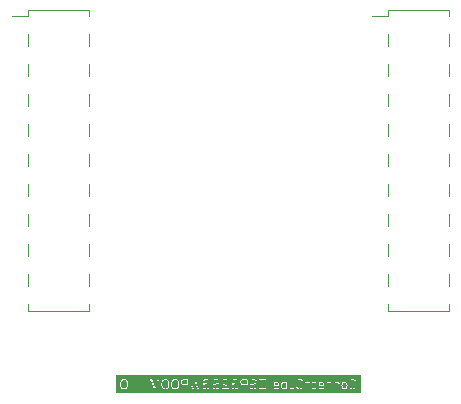
<source format=gbr>
%TF.GenerationSoftware,KiCad,Pcbnew,7.0.1*%
%TF.CreationDate,2023-09-07T21:54:11+09:00*%
%TF.ProjectId,CPU_ESP32S3WROOM,4350555f-4553-4503-9332-533357524f4f,rev?*%
%TF.SameCoordinates,Original*%
%TF.FileFunction,Legend,Bot*%
%TF.FilePolarity,Positive*%
%FSLAX46Y46*%
G04 Gerber Fmt 4.6, Leading zero omitted, Abs format (unit mm)*
G04 Created by KiCad (PCBNEW 7.0.1) date 2023-09-07 21:54:11*
%MOMM*%
%LPD*%
G01*
G04 APERTURE LIST*
%ADD10C,0.150000*%
%ADD11C,0.120000*%
%ADD12C,0.650000*%
%ADD13O,1.000000X2.100000*%
%ADD14O,1.000000X1.600000*%
%ADD15C,0.800000*%
%ADD16C,6.400000*%
%ADD17R,3.000000X1.000000*%
G04 APERTURE END LIST*
D10*
G36*
X139297270Y-116441620D02*
G01*
X139311933Y-116442760D01*
X139326194Y-116444653D01*
X139340046Y-116447293D01*
X139353485Y-116450673D01*
X139366504Y-116454787D01*
X139379100Y-116459630D01*
X139391265Y-116465196D01*
X139402996Y-116471478D01*
X139414287Y-116478470D01*
X139425133Y-116486167D01*
X139435528Y-116494562D01*
X139445467Y-116503649D01*
X139454945Y-116513423D01*
X139463957Y-116523876D01*
X139472497Y-116535004D01*
X139480561Y-116546799D01*
X139488142Y-116559257D01*
X139495236Y-116572371D01*
X139501837Y-116586134D01*
X139507941Y-116600541D01*
X139513541Y-116615587D01*
X139518633Y-116631263D01*
X139523211Y-116647566D01*
X139527271Y-116664488D01*
X139530806Y-116682024D01*
X139533812Y-116700168D01*
X139536283Y-116718913D01*
X139538214Y-116738253D01*
X139539599Y-116758183D01*
X139540435Y-116778697D01*
X139540714Y-116799787D01*
X139540435Y-116820860D01*
X139539599Y-116841357D01*
X139538214Y-116861271D01*
X139536283Y-116880597D01*
X139533812Y-116899329D01*
X139530806Y-116917460D01*
X139527271Y-116934984D01*
X139523211Y-116951896D01*
X139518633Y-116968188D01*
X139513541Y-116983856D01*
X139507941Y-116998893D01*
X139501837Y-117013293D01*
X139495236Y-117027050D01*
X139488142Y-117040157D01*
X139480561Y-117052609D01*
X139472497Y-117064400D01*
X139463957Y-117075523D01*
X139454945Y-117085973D01*
X139445467Y-117095743D01*
X139435528Y-117104828D01*
X139425133Y-117113220D01*
X139414287Y-117120915D01*
X139402996Y-117127906D01*
X139391265Y-117134186D01*
X139379100Y-117139751D01*
X139366504Y-117144593D01*
X139353485Y-117148707D01*
X139340046Y-117152087D01*
X139326194Y-117154726D01*
X139311933Y-117156619D01*
X139297270Y-117157759D01*
X139282208Y-117158140D01*
X139267128Y-117157759D01*
X139252448Y-117156619D01*
X139238171Y-117154726D01*
X139224305Y-117152087D01*
X139210853Y-117148707D01*
X139197821Y-117144593D01*
X139185214Y-117139751D01*
X139173037Y-117134186D01*
X139161296Y-117127906D01*
X139149997Y-117120915D01*
X139139143Y-117113220D01*
X139128740Y-117104828D01*
X139118794Y-117095743D01*
X139109310Y-117085973D01*
X139100292Y-117075523D01*
X139091747Y-117064400D01*
X139083679Y-117052609D01*
X139076094Y-117040157D01*
X139068997Y-117027050D01*
X139062393Y-117013293D01*
X139056287Y-116998893D01*
X139050685Y-116983856D01*
X139045591Y-116968188D01*
X139041012Y-116951896D01*
X139036951Y-116934984D01*
X139033416Y-116917460D01*
X139030409Y-116899329D01*
X139027938Y-116880597D01*
X139026007Y-116861271D01*
X139024621Y-116841357D01*
X139023785Y-116820860D01*
X139023506Y-116799787D01*
X139023785Y-116778697D01*
X139024621Y-116758183D01*
X139026007Y-116738253D01*
X139027938Y-116718913D01*
X139030409Y-116700168D01*
X139033416Y-116682024D01*
X139036951Y-116664488D01*
X139041012Y-116647566D01*
X139045591Y-116631263D01*
X139050685Y-116615587D01*
X139056287Y-116600541D01*
X139062393Y-116586134D01*
X139068997Y-116572371D01*
X139076094Y-116559257D01*
X139083679Y-116546799D01*
X139091747Y-116535004D01*
X139100292Y-116523876D01*
X139109310Y-116513423D01*
X139118794Y-116503649D01*
X139128740Y-116494562D01*
X139139143Y-116486167D01*
X139149997Y-116478470D01*
X139161296Y-116471478D01*
X139173037Y-116465196D01*
X139185214Y-116459630D01*
X139197821Y-116454787D01*
X139210853Y-116450673D01*
X139224305Y-116447293D01*
X139238171Y-116444653D01*
X139252448Y-116442760D01*
X139267128Y-116441620D01*
X139282208Y-116441239D01*
X139297270Y-116441620D01*
G37*
G36*
X138468798Y-116441620D02*
G01*
X138483462Y-116442760D01*
X138497722Y-116444653D01*
X138511575Y-116447293D01*
X138525013Y-116450673D01*
X138538033Y-116454787D01*
X138550628Y-116459630D01*
X138562793Y-116465196D01*
X138574524Y-116471478D01*
X138585815Y-116478470D01*
X138596661Y-116486167D01*
X138607056Y-116494562D01*
X138616995Y-116503649D01*
X138626473Y-116513423D01*
X138635485Y-116523876D01*
X138644026Y-116535004D01*
X138652089Y-116546799D01*
X138659670Y-116559257D01*
X138666764Y-116572371D01*
X138673366Y-116586134D01*
X138679469Y-116600541D01*
X138685069Y-116615587D01*
X138690161Y-116631263D01*
X138694740Y-116647566D01*
X138698799Y-116664488D01*
X138702334Y-116682024D01*
X138705340Y-116700168D01*
X138707811Y-116718913D01*
X138709742Y-116738253D01*
X138711128Y-116758183D01*
X138711963Y-116778697D01*
X138712243Y-116799787D01*
X138711963Y-116820860D01*
X138711128Y-116841357D01*
X138709742Y-116861271D01*
X138707811Y-116880597D01*
X138705340Y-116899329D01*
X138702334Y-116917460D01*
X138698799Y-116934984D01*
X138694740Y-116951896D01*
X138690161Y-116968188D01*
X138685069Y-116983856D01*
X138679469Y-116998893D01*
X138673366Y-117013293D01*
X138666764Y-117027050D01*
X138659670Y-117040157D01*
X138652089Y-117052609D01*
X138644026Y-117064400D01*
X138635485Y-117075523D01*
X138626473Y-117085973D01*
X138616995Y-117095743D01*
X138607056Y-117104828D01*
X138596661Y-117113220D01*
X138585815Y-117120915D01*
X138574524Y-117127906D01*
X138562793Y-117134186D01*
X138550628Y-117139751D01*
X138538033Y-117144593D01*
X138525013Y-117148707D01*
X138511575Y-117152087D01*
X138497722Y-117154726D01*
X138483462Y-117156619D01*
X138468798Y-117157759D01*
X138453736Y-117158140D01*
X138438656Y-117157759D01*
X138423976Y-117156619D01*
X138409700Y-117154726D01*
X138395833Y-117152087D01*
X138382381Y-117148707D01*
X138369349Y-117144593D01*
X138356742Y-117139751D01*
X138344566Y-117134186D01*
X138332825Y-117127906D01*
X138321525Y-117120915D01*
X138310671Y-117113220D01*
X138300268Y-117104828D01*
X138290322Y-117095743D01*
X138280838Y-117085973D01*
X138271821Y-117075523D01*
X138263275Y-117064400D01*
X138255208Y-117052609D01*
X138247623Y-117040157D01*
X138240525Y-117027050D01*
X138233921Y-117013293D01*
X138227815Y-116998893D01*
X138222213Y-116983856D01*
X138217120Y-116968188D01*
X138212540Y-116951896D01*
X138208480Y-116934984D01*
X138204944Y-116917460D01*
X138201938Y-116899329D01*
X138199466Y-116880597D01*
X138197535Y-116861271D01*
X138196149Y-116841357D01*
X138195314Y-116820860D01*
X138195034Y-116799787D01*
X138195314Y-116778697D01*
X138196149Y-116758183D01*
X138197535Y-116738253D01*
X138199466Y-116718913D01*
X138201938Y-116700168D01*
X138204944Y-116682024D01*
X138208480Y-116664488D01*
X138212540Y-116647566D01*
X138217120Y-116631263D01*
X138222213Y-116615587D01*
X138227815Y-116600541D01*
X138233921Y-116586134D01*
X138240525Y-116572371D01*
X138247623Y-116559257D01*
X138255208Y-116546799D01*
X138263275Y-116535004D01*
X138271821Y-116523876D01*
X138280838Y-116513423D01*
X138290322Y-116503649D01*
X138300268Y-116494562D01*
X138310671Y-116486167D01*
X138321525Y-116478470D01*
X138332825Y-116471478D01*
X138344566Y-116465196D01*
X138356742Y-116459630D01*
X138369349Y-116454787D01*
X138382381Y-116450673D01*
X138395833Y-116447293D01*
X138409700Y-116444653D01*
X138423976Y-116442760D01*
X138438656Y-116441620D01*
X138453736Y-116441239D01*
X138468798Y-116441620D01*
G37*
G36*
X134975566Y-116441637D02*
G01*
X134989724Y-116442825D01*
X135003528Y-116444793D01*
X135016972Y-116447533D01*
X135030049Y-116451035D01*
X135042750Y-116455290D01*
X135055067Y-116460288D01*
X135066994Y-116466020D01*
X135078524Y-116472478D01*
X135089647Y-116479651D01*
X135100357Y-116487531D01*
X135110646Y-116496108D01*
X135120507Y-116505372D01*
X135129933Y-116515316D01*
X135138914Y-116525929D01*
X135147445Y-116537202D01*
X135155517Y-116549126D01*
X135163123Y-116561691D01*
X135170256Y-116574889D01*
X135176907Y-116588710D01*
X135183070Y-116603145D01*
X135188736Y-116618184D01*
X135193899Y-116633818D01*
X135198550Y-116650039D01*
X135202682Y-116666836D01*
X135206288Y-116684201D01*
X135209359Y-116702124D01*
X135211890Y-116720596D01*
X135213871Y-116739607D01*
X135215295Y-116759149D01*
X135216155Y-116779212D01*
X135216444Y-116799787D01*
X135216155Y-116820345D01*
X135215295Y-116840391D01*
X135213871Y-116859917D01*
X135211890Y-116878914D01*
X135209359Y-116897373D01*
X135206288Y-116915283D01*
X135202682Y-116932636D01*
X135198550Y-116949423D01*
X135193899Y-116965633D01*
X135188736Y-116981259D01*
X135183070Y-116996290D01*
X135176907Y-117010717D01*
X135170256Y-117024531D01*
X135163123Y-117037723D01*
X135155517Y-117050283D01*
X135147445Y-117062202D01*
X135138914Y-117073471D01*
X135129933Y-117084080D01*
X135120507Y-117094020D01*
X135110646Y-117103282D01*
X135100357Y-117111857D01*
X135089647Y-117119734D01*
X135078524Y-117126906D01*
X135066994Y-117133362D01*
X135055067Y-117139094D01*
X135042750Y-117144091D01*
X135030049Y-117148345D01*
X135016972Y-117151847D01*
X135003528Y-117154586D01*
X134989724Y-117156555D01*
X134975566Y-117157742D01*
X134961063Y-117158140D01*
X134946561Y-117157742D01*
X134932403Y-117156555D01*
X134918598Y-117154586D01*
X134905154Y-117151847D01*
X134892078Y-117148345D01*
X134879377Y-117144091D01*
X134867059Y-117139094D01*
X134855132Y-117133362D01*
X134843603Y-117126906D01*
X134832480Y-117119734D01*
X134821770Y-117111857D01*
X134811480Y-117103282D01*
X134801619Y-117094020D01*
X134792194Y-117084080D01*
X134783212Y-117073471D01*
X134774682Y-117062202D01*
X134766609Y-117050283D01*
X134759003Y-117037723D01*
X134751871Y-117024531D01*
X134745219Y-117010717D01*
X134739057Y-116996290D01*
X134733390Y-116981259D01*
X134728228Y-116965633D01*
X134723577Y-116949423D01*
X134719445Y-116932636D01*
X134715839Y-116915283D01*
X134712767Y-116897373D01*
X134710237Y-116878914D01*
X134708256Y-116859917D01*
X134706832Y-116840391D01*
X134705971Y-116820345D01*
X134705683Y-116799787D01*
X134705971Y-116779212D01*
X134706832Y-116759149D01*
X134708256Y-116739607D01*
X134710237Y-116720596D01*
X134712767Y-116702124D01*
X134715839Y-116684201D01*
X134719445Y-116666836D01*
X134723577Y-116650039D01*
X134728228Y-116633818D01*
X134733390Y-116618184D01*
X134739057Y-116603145D01*
X134745219Y-116588710D01*
X134751871Y-116574889D01*
X134759003Y-116561691D01*
X134766609Y-116549126D01*
X134774682Y-116537202D01*
X134783212Y-116525929D01*
X134792194Y-116515316D01*
X134801619Y-116505372D01*
X134811480Y-116496108D01*
X134821770Y-116487531D01*
X134832480Y-116479651D01*
X134843603Y-116472478D01*
X134855132Y-116466020D01*
X134867059Y-116460288D01*
X134879377Y-116455290D01*
X134892078Y-116451035D01*
X134905154Y-116447533D01*
X134918598Y-116444793D01*
X134932403Y-116442825D01*
X134946561Y-116441637D01*
X134961063Y-116441239D01*
X134975566Y-116441637D01*
G37*
G36*
X153633004Y-116653321D02*
G01*
X153642791Y-116654142D01*
X153652331Y-116655503D01*
X153661619Y-116657399D01*
X153670650Y-116659823D01*
X153679419Y-116662771D01*
X153687921Y-116666235D01*
X153696151Y-116670210D01*
X153704103Y-116674691D01*
X153711774Y-116679672D01*
X153719157Y-116685147D01*
X153726249Y-116691109D01*
X153733043Y-116697554D01*
X153739535Y-116704475D01*
X153745721Y-116711868D01*
X153751594Y-116719725D01*
X153757150Y-116728041D01*
X153762383Y-116736810D01*
X153767290Y-116746027D01*
X153771864Y-116755685D01*
X153776102Y-116765780D01*
X153779997Y-116776305D01*
X153783545Y-116787254D01*
X153786740Y-116798621D01*
X153789579Y-116810401D01*
X153792055Y-116822588D01*
X153794164Y-116835177D01*
X153795901Y-116848160D01*
X153797260Y-116861534D01*
X153798238Y-116875291D01*
X153798828Y-116889425D01*
X153799026Y-116903933D01*
X153798828Y-116918440D01*
X153798238Y-116932574D01*
X153797260Y-116946331D01*
X153795901Y-116959705D01*
X153794164Y-116972688D01*
X153792055Y-116985277D01*
X153789579Y-116997464D01*
X153786740Y-117009244D01*
X153783545Y-117020611D01*
X153779997Y-117031560D01*
X153776102Y-117042085D01*
X153771864Y-117052180D01*
X153767290Y-117061838D01*
X153762383Y-117071055D01*
X153757150Y-117079824D01*
X153751594Y-117088140D01*
X153745721Y-117095997D01*
X153739535Y-117103390D01*
X153733043Y-117110311D01*
X153726249Y-117116756D01*
X153719157Y-117122718D01*
X153711774Y-117128193D01*
X153704103Y-117133174D01*
X153696151Y-117137655D01*
X153687921Y-117141630D01*
X153679419Y-117145094D01*
X153670650Y-117148042D01*
X153661619Y-117150466D01*
X153652331Y-117152362D01*
X153642791Y-117153723D01*
X153633004Y-117154544D01*
X153622975Y-117154819D01*
X153612946Y-117154544D01*
X153603159Y-117153723D01*
X153593620Y-117152362D01*
X153584332Y-117150466D01*
X153575301Y-117148042D01*
X153566532Y-117145094D01*
X153558030Y-117141630D01*
X153549800Y-117137655D01*
X153541848Y-117133174D01*
X153534177Y-117128193D01*
X153526793Y-117122718D01*
X153519702Y-117116756D01*
X153512907Y-117110311D01*
X153506415Y-117103390D01*
X153500230Y-117095997D01*
X153494357Y-117088140D01*
X153488801Y-117079824D01*
X153483567Y-117071055D01*
X153478661Y-117061838D01*
X153474086Y-117052180D01*
X153469849Y-117042085D01*
X153465954Y-117031560D01*
X153462406Y-117020611D01*
X153459211Y-117009244D01*
X153456372Y-116997464D01*
X153453896Y-116985277D01*
X153451787Y-116972688D01*
X153450050Y-116959705D01*
X153448690Y-116946331D01*
X153447713Y-116932574D01*
X153447123Y-116918440D01*
X153446925Y-116903933D01*
X153447123Y-116889425D01*
X153447713Y-116875291D01*
X153448690Y-116861534D01*
X153450050Y-116848160D01*
X153451787Y-116835177D01*
X153453896Y-116822588D01*
X153456372Y-116810401D01*
X153459211Y-116798621D01*
X153462406Y-116787254D01*
X153465954Y-116776305D01*
X153469849Y-116765780D01*
X153474086Y-116755685D01*
X153478661Y-116746027D01*
X153483567Y-116736810D01*
X153488801Y-116728041D01*
X153494357Y-116719725D01*
X153500230Y-116711868D01*
X153506415Y-116704475D01*
X153512907Y-116697554D01*
X153519702Y-116691109D01*
X153526793Y-116685147D01*
X153534177Y-116679672D01*
X153541848Y-116674691D01*
X153549800Y-116670210D01*
X153558030Y-116666235D01*
X153566532Y-116662771D01*
X153575301Y-116659823D01*
X153584332Y-116657399D01*
X153593620Y-116655503D01*
X153603159Y-116654142D01*
X153612946Y-116653321D01*
X153622975Y-116653046D01*
X153633004Y-116653321D01*
G37*
G36*
X151681746Y-116653251D02*
G01*
X151689987Y-116653861D01*
X151698053Y-116654874D01*
X151705940Y-116656286D01*
X151713645Y-116658092D01*
X151728495Y-116662875D01*
X151742579Y-116669194D01*
X151755870Y-116677018D01*
X151768343Y-116686318D01*
X151774265Y-116691512D01*
X151779973Y-116697064D01*
X151785463Y-116702969D01*
X151790733Y-116709226D01*
X151795780Y-116715828D01*
X151800600Y-116722774D01*
X151805190Y-116730059D01*
X151809547Y-116737679D01*
X151813667Y-116745631D01*
X151817548Y-116753912D01*
X151821187Y-116762516D01*
X151824579Y-116771441D01*
X151827723Y-116780683D01*
X151830614Y-116790238D01*
X151833250Y-116800102D01*
X151835627Y-116810272D01*
X151837742Y-116820744D01*
X151839593Y-116831514D01*
X151841175Y-116842579D01*
X151506074Y-116842579D01*
X151507266Y-116831497D01*
X151508751Y-116820712D01*
X151510526Y-116810227D01*
X151512587Y-116800046D01*
X151514932Y-116790172D01*
X151517558Y-116780610D01*
X151520459Y-116771363D01*
X151523635Y-116762433D01*
X151527080Y-116753826D01*
X151530793Y-116745545D01*
X151534769Y-116737593D01*
X151539005Y-116729973D01*
X151543499Y-116722690D01*
X151548246Y-116715747D01*
X151553244Y-116709148D01*
X151558488Y-116702896D01*
X151563977Y-116696995D01*
X151569706Y-116691449D01*
X151575673Y-116686260D01*
X151581873Y-116681434D01*
X151594963Y-116672880D01*
X151601845Y-116669161D01*
X151608949Y-116665817D01*
X151616270Y-116662853D01*
X151623805Y-116660273D01*
X151631551Y-116658080D01*
X151639505Y-116656278D01*
X151647663Y-116654869D01*
X151656023Y-116653859D01*
X151664580Y-116653250D01*
X151673331Y-116653046D01*
X151681746Y-116653251D01*
G37*
G36*
X148521103Y-116653533D02*
G01*
X148531254Y-116654981D01*
X148541299Y-116657371D01*
X148551212Y-116660685D01*
X148560964Y-116664903D01*
X148570528Y-116670007D01*
X148579877Y-116675977D01*
X148588984Y-116682795D01*
X148597820Y-116690442D01*
X148606359Y-116698899D01*
X148614572Y-116708147D01*
X148622433Y-116718168D01*
X148629914Y-116728941D01*
X148636987Y-116740449D01*
X148643625Y-116752673D01*
X148649800Y-116765593D01*
X148649800Y-117042272D01*
X148643625Y-117055192D01*
X148636987Y-117067416D01*
X148629914Y-117078924D01*
X148622433Y-117089698D01*
X148614572Y-117099718D01*
X148606359Y-117108966D01*
X148597820Y-117117423D01*
X148588984Y-117125070D01*
X148579877Y-117131888D01*
X148570528Y-117137858D01*
X148560964Y-117142962D01*
X148551212Y-117147180D01*
X148541299Y-117150494D01*
X148531254Y-117152884D01*
X148521103Y-117154332D01*
X148510875Y-117154819D01*
X148501060Y-117154526D01*
X148491440Y-117153652D01*
X148482024Y-117152208D01*
X148472818Y-117150201D01*
X148463830Y-117147643D01*
X148455068Y-117144542D01*
X148446540Y-117140907D01*
X148438252Y-117136748D01*
X148430214Y-117132074D01*
X148422432Y-117126894D01*
X148414913Y-117121218D01*
X148407667Y-117115056D01*
X148400699Y-117108415D01*
X148394019Y-117101307D01*
X148387632Y-117093739D01*
X148381548Y-117085722D01*
X148375774Y-117077265D01*
X148370317Y-117068377D01*
X148365185Y-117059068D01*
X148360385Y-117049346D01*
X148355926Y-117039221D01*
X148351814Y-117028703D01*
X148348058Y-117017801D01*
X148344665Y-117006524D01*
X148341642Y-116994881D01*
X148338998Y-116982882D01*
X148336739Y-116970536D01*
X148334875Y-116957853D01*
X148333411Y-116944842D01*
X148332356Y-116931512D01*
X148331717Y-116917872D01*
X148331503Y-116903933D01*
X148331717Y-116889976D01*
X148332356Y-116876321D01*
X148333411Y-116862978D01*
X148334875Y-116849956D01*
X148336739Y-116837263D01*
X148338998Y-116824910D01*
X148341642Y-116812906D01*
X148344665Y-116801259D01*
X148348058Y-116789979D01*
X148351814Y-116779075D01*
X148355926Y-116768557D01*
X148360385Y-116758433D01*
X148365185Y-116748713D01*
X148370317Y-116739407D01*
X148375774Y-116730522D01*
X148381548Y-116722069D01*
X148387632Y-116714057D01*
X148394019Y-116706495D01*
X148400699Y-116699392D01*
X148407667Y-116692758D01*
X148414913Y-116686601D01*
X148422432Y-116680931D01*
X148430214Y-116675758D01*
X148438252Y-116671090D01*
X148446540Y-116666936D01*
X148455068Y-116663306D01*
X148463830Y-116660210D01*
X148472818Y-116657656D01*
X148482024Y-116655653D01*
X148491440Y-116654211D01*
X148501060Y-116653339D01*
X148510875Y-116653046D01*
X148521103Y-116653533D01*
G37*
G36*
X147875465Y-116653251D02*
G01*
X147883707Y-116653861D01*
X147891773Y-116654874D01*
X147899660Y-116656286D01*
X147907365Y-116658092D01*
X147922215Y-116662875D01*
X147936298Y-116669194D01*
X147949589Y-116677018D01*
X147962062Y-116686318D01*
X147967984Y-116691512D01*
X147973692Y-116697064D01*
X147979183Y-116702969D01*
X147984453Y-116709226D01*
X147989500Y-116715828D01*
X147994319Y-116722774D01*
X147998909Y-116730059D01*
X148003266Y-116737679D01*
X148007387Y-116745631D01*
X148011268Y-116753912D01*
X148014906Y-116762516D01*
X148018299Y-116771441D01*
X148021442Y-116780683D01*
X148024333Y-116790238D01*
X148026969Y-116800102D01*
X148029346Y-116810272D01*
X148031462Y-116820744D01*
X148033312Y-116831514D01*
X148034894Y-116842579D01*
X147699793Y-116842579D01*
X147700985Y-116831497D01*
X147702470Y-116820712D01*
X147704245Y-116810227D01*
X147706307Y-116800046D01*
X147708652Y-116790172D01*
X147711277Y-116780610D01*
X147714179Y-116771363D01*
X147717354Y-116762433D01*
X147720800Y-116753826D01*
X147724512Y-116745545D01*
X147728488Y-116737593D01*
X147732725Y-116729973D01*
X147737218Y-116722690D01*
X147741965Y-116715747D01*
X147746963Y-116709148D01*
X147752208Y-116702896D01*
X147757696Y-116696995D01*
X147763426Y-116691449D01*
X147769392Y-116686260D01*
X147775592Y-116681434D01*
X147788682Y-116672880D01*
X147795565Y-116669161D01*
X147802668Y-116665817D01*
X147809989Y-116662853D01*
X147817525Y-116660273D01*
X147825271Y-116658080D01*
X147833225Y-116656278D01*
X147841383Y-116654869D01*
X147849742Y-116653859D01*
X147858299Y-116653250D01*
X147867051Y-116653046D01*
X147875465Y-116653251D01*
G37*
G36*
X145332982Y-116778099D02*
G01*
X145036569Y-116778099D01*
X145028358Y-116777884D01*
X145020254Y-116777249D01*
X145012268Y-116776202D01*
X145004409Y-116774755D01*
X144996688Y-116772917D01*
X144989114Y-116770699D01*
X144981698Y-116768111D01*
X144974449Y-116765163D01*
X144960495Y-116758229D01*
X144947333Y-116749979D01*
X144935043Y-116740496D01*
X144923705Y-116729861D01*
X144913399Y-116718156D01*
X144908659Y-116711929D01*
X144904207Y-116705465D01*
X144900053Y-116698775D01*
X144896208Y-116691869D01*
X144892681Y-116684757D01*
X144889483Y-116677449D01*
X144886624Y-116669957D01*
X144884113Y-116662289D01*
X144881961Y-116654457D01*
X144880177Y-116646470D01*
X144878772Y-116638340D01*
X144877757Y-116630075D01*
X144877140Y-116621687D01*
X144876932Y-116613186D01*
X144877140Y-116604667D01*
X144877757Y-116596262D01*
X144878772Y-116587982D01*
X144880177Y-116579837D01*
X144881961Y-116571837D01*
X144884113Y-116563992D01*
X144886624Y-116556313D01*
X144889483Y-116548810D01*
X144892681Y-116541492D01*
X144896208Y-116534371D01*
X144900053Y-116527457D01*
X144904207Y-116520759D01*
X144908659Y-116514288D01*
X144913399Y-116508055D01*
X144923705Y-116496340D01*
X144935043Y-116485697D01*
X144947333Y-116476208D01*
X144960495Y-116467953D01*
X144974449Y-116461016D01*
X144981698Y-116458067D01*
X144989114Y-116455479D01*
X144996688Y-116453260D01*
X145004409Y-116451421D01*
X145012268Y-116449974D01*
X145020254Y-116448927D01*
X145028358Y-116448292D01*
X145036569Y-116448078D01*
X145332982Y-116448078D01*
X145332982Y-116778099D01*
G37*
G36*
X140295327Y-116776340D02*
G01*
X140019821Y-116776340D01*
X140011119Y-116776127D01*
X140002534Y-116775493D01*
X139994074Y-116774449D01*
X139985752Y-116773006D01*
X139977576Y-116771174D01*
X139969559Y-116768962D01*
X139961710Y-116766382D01*
X139954040Y-116763444D01*
X139946560Y-116760158D01*
X139939280Y-116756533D01*
X139932210Y-116752582D01*
X139925361Y-116748313D01*
X139918744Y-116743738D01*
X139912369Y-116738866D01*
X139906246Y-116733707D01*
X139900386Y-116728273D01*
X139894801Y-116722573D01*
X139889499Y-116716618D01*
X139884492Y-116710418D01*
X139879790Y-116703983D01*
X139875404Y-116697324D01*
X139871344Y-116690451D01*
X139867621Y-116683373D01*
X139864245Y-116676103D01*
X139861226Y-116668649D01*
X139858577Y-116661022D01*
X139856305Y-116653233D01*
X139854424Y-116645292D01*
X139852942Y-116637208D01*
X139851870Y-116628993D01*
X139851220Y-116620656D01*
X139851000Y-116612209D01*
X139851220Y-116603761D01*
X139851870Y-116595425D01*
X139852942Y-116587210D01*
X139854424Y-116579126D01*
X139856305Y-116571185D01*
X139858577Y-116563395D01*
X139861226Y-116555769D01*
X139864245Y-116548315D01*
X139867621Y-116541044D01*
X139871344Y-116533967D01*
X139875404Y-116527094D01*
X139879790Y-116520435D01*
X139884492Y-116514000D01*
X139889499Y-116507800D01*
X139894801Y-116501844D01*
X139900386Y-116496145D01*
X139906246Y-116490710D01*
X139912369Y-116485552D01*
X139918744Y-116480680D01*
X139925361Y-116476105D01*
X139932210Y-116471836D01*
X139939280Y-116467884D01*
X139946560Y-116464260D01*
X139954040Y-116460974D01*
X139961710Y-116458035D01*
X139969559Y-116455455D01*
X139977576Y-116453244D01*
X139985752Y-116451412D01*
X139994074Y-116449968D01*
X140002534Y-116448925D01*
X140011119Y-116448291D01*
X140019821Y-116448078D01*
X140295327Y-116448078D01*
X140295327Y-116776340D01*
G37*
G36*
X154994529Y-117578124D02*
G01*
X134285699Y-117578124D01*
X134285699Y-116799787D01*
X134624985Y-116799787D01*
X134625368Y-116824427D01*
X134626510Y-116848510D01*
X134628400Y-116872022D01*
X134631027Y-116894948D01*
X134634382Y-116917273D01*
X134638452Y-116938983D01*
X134643229Y-116960062D01*
X134648701Y-116980497D01*
X134654858Y-117000271D01*
X134661688Y-117019370D01*
X134669182Y-117037779D01*
X134677329Y-117055484D01*
X134686119Y-117072470D01*
X134695540Y-117088722D01*
X134705582Y-117104225D01*
X134716234Y-117118964D01*
X134727487Y-117132924D01*
X134739329Y-117146092D01*
X134751749Y-117158451D01*
X134764738Y-117169987D01*
X134778284Y-117180685D01*
X134792377Y-117190531D01*
X134807007Y-117199510D01*
X134822162Y-117207606D01*
X134837833Y-117214805D01*
X134854008Y-117221092D01*
X134870677Y-117226453D01*
X134887830Y-117230872D01*
X134905456Y-117234335D01*
X134923543Y-117236827D01*
X134942083Y-117238333D01*
X134961063Y-117238838D01*
X134980027Y-117238333D01*
X134998551Y-117236827D01*
X135016626Y-117234335D01*
X135034240Y-117230872D01*
X135051384Y-117226453D01*
X135068046Y-117221092D01*
X135084215Y-117214805D01*
X135099882Y-117207606D01*
X135115034Y-117199510D01*
X135129663Y-117190531D01*
X135143756Y-117180685D01*
X135151026Y-117174944D01*
X135443492Y-117174944D01*
X135443805Y-117181131D01*
X135445401Y-117190069D01*
X135448258Y-117198505D01*
X135452270Y-117206335D01*
X135457337Y-117213457D01*
X135463353Y-117219767D01*
X135470215Y-117225161D01*
X135477821Y-117229537D01*
X135486067Y-117232790D01*
X135494849Y-117234818D01*
X135504064Y-117235517D01*
X135510248Y-117235203D01*
X135519176Y-117233607D01*
X135527594Y-117230751D01*
X135535401Y-117226738D01*
X135542497Y-117221672D01*
X135548780Y-117215656D01*
X135554147Y-117208793D01*
X135558498Y-117201187D01*
X135561281Y-117194093D01*
X135964022Y-117194093D01*
X135964075Y-117196168D01*
X135965299Y-117204167D01*
X135968021Y-117211563D01*
X135973279Y-117219715D01*
X135980296Y-117226361D01*
X135988752Y-117231187D01*
X135996335Y-117233528D01*
X136004469Y-117234344D01*
X136006544Y-117234292D01*
X136014543Y-117233080D01*
X136021939Y-117230383D01*
X136030091Y-117225167D01*
X136036737Y-117218195D01*
X136041563Y-117209780D01*
X136043904Y-117202218D01*
X136044720Y-117194093D01*
X136044720Y-116613772D01*
X136499012Y-116613772D01*
X136499460Y-116620055D01*
X136501356Y-116627645D01*
X136695969Y-117203863D01*
X136697073Y-117206884D01*
X136700786Y-117213887D01*
X136705727Y-117219978D01*
X136711730Y-117224996D01*
X136718631Y-117228780D01*
X136726263Y-117231168D01*
X136734462Y-117232000D01*
X136791517Y-117232000D01*
X136793212Y-117231965D01*
X136801382Y-117230809D01*
X136808924Y-117228129D01*
X136815673Y-117224086D01*
X136822491Y-117217661D01*
X136826912Y-117211186D01*
X136830010Y-117203863D01*
X136833313Y-117194093D01*
X137174685Y-117194093D01*
X137174738Y-117196168D01*
X137175962Y-117204167D01*
X137178684Y-117211563D01*
X137183941Y-117219715D01*
X137190959Y-117226361D01*
X137199415Y-117231187D01*
X137206998Y-117233528D01*
X137215132Y-117234344D01*
X137217207Y-117234292D01*
X137225206Y-117233080D01*
X137232602Y-117230383D01*
X137240754Y-117225167D01*
X137247400Y-117218195D01*
X137252226Y-117209780D01*
X137254567Y-117202218D01*
X137255383Y-117194093D01*
X137255383Y-116499271D01*
X137519947Y-117193116D01*
X137521777Y-117197388D01*
X137526764Y-117205091D01*
X137533305Y-117211451D01*
X137541145Y-117216207D01*
X137550030Y-117219095D01*
X137558049Y-117219885D01*
X137562872Y-117219597D01*
X137570539Y-117217901D01*
X137578921Y-117214046D01*
X137586142Y-117208455D01*
X137591916Y-117201391D01*
X137595955Y-117193116D01*
X137860519Y-116499271D01*
X137860519Y-117194093D01*
X137860571Y-117196168D01*
X137861783Y-117204167D01*
X137864481Y-117211563D01*
X137869696Y-117219715D01*
X137876668Y-117226361D01*
X137885084Y-117231187D01*
X137892645Y-117233528D01*
X137900770Y-117234344D01*
X137902846Y-117234292D01*
X137910857Y-117233080D01*
X137918278Y-117230383D01*
X137926472Y-117225167D01*
X137933163Y-117218195D01*
X137938029Y-117209780D01*
X137940393Y-117202218D01*
X137941217Y-117194093D01*
X137941217Y-116799787D01*
X138114532Y-116799787D01*
X138114906Y-116824908D01*
X138116023Y-116849412D01*
X138117874Y-116873286D01*
X138120451Y-116896519D01*
X138123747Y-116919099D01*
X138127752Y-116941015D01*
X138132458Y-116962254D01*
X138137857Y-116982805D01*
X138143940Y-117002655D01*
X138150700Y-117021794D01*
X138158129Y-117040209D01*
X138166216Y-117057889D01*
X138174956Y-117074821D01*
X138184338Y-117090994D01*
X138194355Y-117106396D01*
X138204999Y-117121016D01*
X138216261Y-117134840D01*
X138228133Y-117147859D01*
X138240607Y-117160059D01*
X138253674Y-117171430D01*
X138267326Y-117181958D01*
X138281554Y-117191633D01*
X138296352Y-117200443D01*
X138311709Y-117208375D01*
X138327618Y-117215418D01*
X138344071Y-117221561D01*
X138361058Y-117226791D01*
X138378573Y-117231097D01*
X138396607Y-117234466D01*
X138415151Y-117236887D01*
X138434196Y-117238349D01*
X138453736Y-117238838D01*
X138473258Y-117238349D01*
X138492287Y-117236887D01*
X138510815Y-117234466D01*
X138528834Y-117231097D01*
X138546336Y-117226791D01*
X138563311Y-117221561D01*
X138579752Y-117215418D01*
X138595650Y-117208375D01*
X138610998Y-117200443D01*
X138625786Y-117191633D01*
X138640006Y-117181958D01*
X138653651Y-117171430D01*
X138666711Y-117160059D01*
X138679178Y-117147859D01*
X138691045Y-117134840D01*
X138702302Y-117121016D01*
X138712941Y-117106396D01*
X138722955Y-117090994D01*
X138732334Y-117074821D01*
X138741071Y-117057889D01*
X138749156Y-117040209D01*
X138756582Y-117021794D01*
X138763341Y-117002655D01*
X138769423Y-116982805D01*
X138774821Y-116962254D01*
X138779526Y-116941015D01*
X138783531Y-116919099D01*
X138786826Y-116896519D01*
X138789403Y-116873286D01*
X138791254Y-116849412D01*
X138792371Y-116824908D01*
X138792745Y-116799787D01*
X138943003Y-116799787D01*
X138943377Y-116824908D01*
X138944494Y-116849412D01*
X138946346Y-116873286D01*
X138948923Y-116896519D01*
X138952218Y-116919099D01*
X138956223Y-116941015D01*
X138960929Y-116962254D01*
X138966328Y-116982805D01*
X138972412Y-117002655D01*
X138979172Y-117021794D01*
X138986600Y-117040209D01*
X138994688Y-117057889D01*
X139003427Y-117074821D01*
X139012810Y-117090994D01*
X139022827Y-117106396D01*
X139033471Y-117121016D01*
X139044733Y-117134840D01*
X139056605Y-117147859D01*
X139069078Y-117160059D01*
X139082145Y-117171430D01*
X139095797Y-117181958D01*
X139110026Y-117191633D01*
X139124823Y-117200443D01*
X139140181Y-117208375D01*
X139156090Y-117215418D01*
X139172542Y-117221561D01*
X139189530Y-117226791D01*
X139207045Y-117231097D01*
X139225079Y-117234466D01*
X139243622Y-117236887D01*
X139262668Y-117238349D01*
X139282208Y-117238838D01*
X139301730Y-117238349D01*
X139320759Y-117236887D01*
X139339287Y-117234466D01*
X139357306Y-117231097D01*
X139374807Y-117226791D01*
X139391783Y-117221561D01*
X139408224Y-117215418D01*
X139424122Y-117208375D01*
X139439469Y-117200443D01*
X139450128Y-117194093D01*
X139752913Y-117194093D01*
X139752965Y-117196168D01*
X139754190Y-117204167D01*
X139756912Y-117211563D01*
X139762169Y-117219715D01*
X139769186Y-117226361D01*
X139777642Y-117231187D01*
X139785226Y-117233528D01*
X139793359Y-117234344D01*
X139796158Y-117234247D01*
X139804240Y-117232836D01*
X139811704Y-117229880D01*
X139818364Y-117225548D01*
X139824034Y-117220010D01*
X139828530Y-117213437D01*
X140034085Y-116857038D01*
X140295327Y-116857038D01*
X140295327Y-117194093D01*
X140295379Y-117196168D01*
X140296592Y-117204167D01*
X140299289Y-117211563D01*
X140304504Y-117219715D01*
X140311476Y-117226361D01*
X140319892Y-117231187D01*
X140327453Y-117233528D01*
X140335578Y-117234344D01*
X140337654Y-117234292D01*
X140345665Y-117233080D01*
X140353086Y-117230383D01*
X140361280Y-117225167D01*
X140367971Y-117218195D01*
X140372838Y-117209780D01*
X140375201Y-117202218D01*
X140376025Y-117194093D01*
X140376025Y-116407631D01*
X140375972Y-116405556D01*
X140375961Y-116405482D01*
X140551294Y-116405482D01*
X140551350Y-116407764D01*
X140552466Y-116415642D01*
X140739654Y-117200346D01*
X140740528Y-117203696D01*
X140743889Y-117211506D01*
X140748759Y-117218347D01*
X140754927Y-117224018D01*
X140762184Y-117228318D01*
X140770320Y-117231046D01*
X140779123Y-117232000D01*
X140825432Y-117232000D01*
X140829020Y-117231844D01*
X140837581Y-117230154D01*
X140845391Y-117226765D01*
X140852237Y-117221873D01*
X140857912Y-117215676D01*
X140862203Y-117208369D01*
X140864901Y-117200150D01*
X141006562Y-116597554D01*
X141148223Y-117200150D01*
X141149098Y-117203535D01*
X141152459Y-117211412D01*
X141157328Y-117218299D01*
X141163497Y-117223998D01*
X141170754Y-117228312D01*
X141178889Y-117231045D01*
X141187693Y-117232000D01*
X141234001Y-117232000D01*
X141237589Y-117231844D01*
X141246151Y-117230156D01*
X141253960Y-117226775D01*
X141260807Y-117221903D01*
X141266481Y-117215739D01*
X141270772Y-117208487D01*
X141273471Y-117200346D01*
X141331315Y-116957861D01*
X141584148Y-116957861D01*
X141584534Y-116973452D01*
X141585686Y-116988709D01*
X141587589Y-117003622D01*
X141590233Y-117018180D01*
X141593603Y-117032373D01*
X141597688Y-117046191D01*
X141602476Y-117059622D01*
X141607952Y-117072655D01*
X141614106Y-117085282D01*
X141620924Y-117097490D01*
X141628393Y-117109269D01*
X141636502Y-117120609D01*
X141645238Y-117131500D01*
X141654588Y-117141929D01*
X141664539Y-117151888D01*
X141675079Y-117161364D01*
X141686196Y-117170349D01*
X141697877Y-117178831D01*
X141710109Y-117186799D01*
X141722880Y-117194243D01*
X141736177Y-117201152D01*
X141749987Y-117207516D01*
X141764299Y-117213324D01*
X141779099Y-117218566D01*
X141794376Y-117223231D01*
X141810115Y-117227308D01*
X141826306Y-117230787D01*
X141842935Y-117233657D01*
X141859990Y-117235908D01*
X141877457Y-117237529D01*
X141895326Y-117238509D01*
X141913582Y-117238838D01*
X141927226Y-117238654D01*
X141940746Y-117238102D01*
X141954133Y-117237189D01*
X141967378Y-117235917D01*
X141980474Y-117234292D01*
X141993409Y-117232317D01*
X142006176Y-117229998D01*
X142018766Y-117227338D01*
X142031168Y-117224341D01*
X142043376Y-117221013D01*
X142055378Y-117217357D01*
X142067167Y-117213377D01*
X142078733Y-117209079D01*
X142090068Y-117204466D01*
X142101161Y-117199542D01*
X142112005Y-117194313D01*
X142122591Y-117188782D01*
X142132908Y-117182953D01*
X142142949Y-117176832D01*
X142152704Y-117170422D01*
X142162164Y-117163727D01*
X142171320Y-117156753D01*
X142180164Y-117149502D01*
X142188685Y-117141981D01*
X142196876Y-117134192D01*
X142204727Y-117126141D01*
X142212229Y-117117831D01*
X142219373Y-117109267D01*
X142226150Y-117100454D01*
X142232551Y-117091395D01*
X142238567Y-117082095D01*
X142244190Y-117072558D01*
X142246528Y-117067871D01*
X142248857Y-117060332D01*
X142249661Y-117052237D01*
X142249608Y-117050161D01*
X142248396Y-117042150D01*
X142245699Y-117034729D01*
X142240484Y-117026535D01*
X142233512Y-117019844D01*
X142225096Y-117014978D01*
X142217534Y-117012614D01*
X142209409Y-117011790D01*
X142206541Y-117011890D01*
X142198302Y-117013332D01*
X142190744Y-117016351D01*
X142184035Y-117020768D01*
X142178346Y-117026406D01*
X142173848Y-117033088D01*
X142169620Y-117040237D01*
X142165075Y-117047212D01*
X142160219Y-117054007D01*
X142155059Y-117060621D01*
X142149601Y-117067049D01*
X142143851Y-117073289D01*
X142137817Y-117079336D01*
X142131505Y-117085188D01*
X142124921Y-117090841D01*
X142118072Y-117096292D01*
X142110965Y-117101537D01*
X142103605Y-117106573D01*
X142096000Y-117111396D01*
X142088157Y-117116004D01*
X142080081Y-117120392D01*
X142071779Y-117124557D01*
X142063257Y-117128496D01*
X142054524Y-117132206D01*
X142045584Y-117135683D01*
X142036444Y-117138924D01*
X142027111Y-117141924D01*
X142017592Y-117144682D01*
X142007893Y-117147193D01*
X141998020Y-117149455D01*
X141987981Y-117151463D01*
X141977781Y-117153214D01*
X141967428Y-117154705D01*
X141956927Y-117155933D01*
X141946285Y-117156894D01*
X141935510Y-117157584D01*
X141924607Y-117158001D01*
X141913582Y-117158140D01*
X141899425Y-117157912D01*
X141885609Y-117157231D01*
X141872139Y-117156103D01*
X141859025Y-117154536D01*
X141846272Y-117152534D01*
X141833888Y-117150106D01*
X141821880Y-117147257D01*
X141810256Y-117143993D01*
X141799021Y-117140321D01*
X141788185Y-117136247D01*
X141777753Y-117131778D01*
X141767733Y-117126919D01*
X141758132Y-117121678D01*
X141748957Y-117116061D01*
X141740216Y-117110074D01*
X141731915Y-117103723D01*
X141724061Y-117097015D01*
X141716663Y-117089956D01*
X141709726Y-117082553D01*
X141703259Y-117074812D01*
X141697268Y-117066739D01*
X141691760Y-117058340D01*
X141686743Y-117049623D01*
X141682223Y-117040592D01*
X141678209Y-117031256D01*
X141674706Y-117021620D01*
X141671723Y-117011690D01*
X141669266Y-117001473D01*
X141667343Y-116990975D01*
X141665960Y-116980203D01*
X141665585Y-116975251D01*
X142392298Y-116975251D01*
X142392655Y-116990259D01*
X142393719Y-117004905D01*
X142395480Y-117019183D01*
X142397930Y-117033084D01*
X142401057Y-117046601D01*
X142404854Y-117059727D01*
X142409309Y-117072453D01*
X142414415Y-117084773D01*
X142420160Y-117096679D01*
X142426535Y-117108163D01*
X142433532Y-117119217D01*
X142441139Y-117129835D01*
X142449349Y-117140009D01*
X142458150Y-117149731D01*
X142467534Y-117158993D01*
X142477490Y-117167788D01*
X142488010Y-117176109D01*
X142499084Y-117183947D01*
X142510702Y-117191296D01*
X142522854Y-117198148D01*
X142535531Y-117204495D01*
X142548724Y-117210329D01*
X142562422Y-117215644D01*
X142576616Y-117220432D01*
X142591297Y-117224684D01*
X142606455Y-117228394D01*
X142622081Y-117231554D01*
X142638164Y-117234156D01*
X142654695Y-117236193D01*
X142671666Y-117237658D01*
X142689065Y-117238542D01*
X142706883Y-117238838D01*
X142722789Y-117238626D01*
X142738372Y-117237989D01*
X142753631Y-117236929D01*
X142768561Y-117235449D01*
X142783160Y-117233550D01*
X142797424Y-117231234D01*
X142811349Y-117228502D01*
X142824932Y-117225356D01*
X142838170Y-117221798D01*
X142851060Y-117217830D01*
X142863597Y-117213452D01*
X142875779Y-117208668D01*
X142887603Y-117203479D01*
X142899065Y-117197886D01*
X142910161Y-117191891D01*
X142910401Y-117191748D01*
X143193220Y-117191748D01*
X143193272Y-117193824D01*
X143194484Y-117201823D01*
X143197181Y-117209218D01*
X143202397Y-117217370D01*
X143209369Y-117224016D01*
X143217784Y-117228843D01*
X143225346Y-117231184D01*
X143233471Y-117232000D01*
X143810861Y-117232000D01*
X143810861Y-117232195D01*
X143812936Y-117232142D01*
X143820935Y-117230918D01*
X143828331Y-117228196D01*
X143836483Y-117222938D01*
X143843129Y-117215921D01*
X143847955Y-117207465D01*
X143850296Y-117199882D01*
X143851112Y-117191748D01*
X143850711Y-117178138D01*
X143849516Y-117164536D01*
X143847536Y-117150950D01*
X143844781Y-117137392D01*
X143841261Y-117123869D01*
X143836987Y-117110394D01*
X143831968Y-117096973D01*
X143826215Y-117083619D01*
X143819737Y-117070340D01*
X143812545Y-117057145D01*
X143804649Y-117044046D01*
X143796058Y-117031051D01*
X143786783Y-117018169D01*
X143776834Y-117005412D01*
X143766221Y-116992788D01*
X143754954Y-116980307D01*
X143743043Y-116967979D01*
X143732608Y-116957861D01*
X144001566Y-116957861D01*
X144001952Y-116973452D01*
X144003104Y-116988709D01*
X144005007Y-117003622D01*
X144007651Y-117018180D01*
X144011021Y-117032373D01*
X144015106Y-117046191D01*
X144019894Y-117059622D01*
X144025370Y-117072655D01*
X144031524Y-117085282D01*
X144038342Y-117097490D01*
X144045811Y-117109269D01*
X144053920Y-117120609D01*
X144062656Y-117131500D01*
X144072006Y-117141929D01*
X144081957Y-117151888D01*
X144092497Y-117161364D01*
X144103614Y-117170349D01*
X144115295Y-117178831D01*
X144127527Y-117186799D01*
X144140298Y-117194243D01*
X144153595Y-117201152D01*
X144167405Y-117207516D01*
X144181717Y-117213324D01*
X144196517Y-117218566D01*
X144211794Y-117223231D01*
X144227533Y-117227308D01*
X144243724Y-117230787D01*
X144260353Y-117233657D01*
X144277408Y-117235908D01*
X144294875Y-117237529D01*
X144312744Y-117238509D01*
X144331000Y-117238838D01*
X144344644Y-117238654D01*
X144358164Y-117238102D01*
X144371551Y-117237189D01*
X144384797Y-117235917D01*
X144397892Y-117234292D01*
X144410827Y-117232317D01*
X144423594Y-117229998D01*
X144436184Y-117227338D01*
X144448586Y-117224341D01*
X144460794Y-117221013D01*
X144472796Y-117217357D01*
X144484585Y-117213377D01*
X144496151Y-117209079D01*
X144507486Y-117204466D01*
X144518579Y-117199542D01*
X144529423Y-117194313D01*
X144540009Y-117188782D01*
X144550326Y-117182953D01*
X144560367Y-117176832D01*
X144570122Y-117170422D01*
X144579582Y-117163727D01*
X144588738Y-117156753D01*
X144597582Y-117149502D01*
X144606103Y-117141981D01*
X144614294Y-117134192D01*
X144622145Y-117126141D01*
X144629647Y-117117831D01*
X144636791Y-117109267D01*
X144643568Y-117100454D01*
X144649969Y-117091395D01*
X144655985Y-117082095D01*
X144661608Y-117072558D01*
X144663946Y-117067871D01*
X144666275Y-117060332D01*
X144667079Y-117052237D01*
X144667026Y-117050161D01*
X144665814Y-117042150D01*
X144663117Y-117034729D01*
X144657902Y-117026535D01*
X144650930Y-117019844D01*
X144642514Y-117014978D01*
X144634952Y-117012614D01*
X144626827Y-117011790D01*
X144623959Y-117011890D01*
X144615720Y-117013332D01*
X144608162Y-117016351D01*
X144601453Y-117020768D01*
X144595764Y-117026406D01*
X144591266Y-117033088D01*
X144587038Y-117040237D01*
X144582493Y-117047212D01*
X144577637Y-117054007D01*
X144572477Y-117060621D01*
X144567019Y-117067049D01*
X144561269Y-117073289D01*
X144555235Y-117079336D01*
X144548923Y-117085188D01*
X144542339Y-117090841D01*
X144535490Y-117096292D01*
X144528383Y-117101537D01*
X144521023Y-117106573D01*
X144513418Y-117111396D01*
X144505575Y-117116004D01*
X144497499Y-117120392D01*
X144489197Y-117124557D01*
X144480675Y-117128496D01*
X144471942Y-117132206D01*
X144463002Y-117135683D01*
X144453862Y-117138924D01*
X144444529Y-117141924D01*
X144435010Y-117144682D01*
X144425311Y-117147193D01*
X144415438Y-117149455D01*
X144405399Y-117151463D01*
X144395199Y-117153214D01*
X144384846Y-117154705D01*
X144374345Y-117155933D01*
X144363703Y-117156894D01*
X144352928Y-117157584D01*
X144342025Y-117158001D01*
X144331000Y-117158140D01*
X144316843Y-117157912D01*
X144303027Y-117157231D01*
X144289557Y-117156103D01*
X144276443Y-117154536D01*
X144263690Y-117152534D01*
X144251306Y-117150106D01*
X144239298Y-117147257D01*
X144227674Y-117143993D01*
X144216439Y-117140321D01*
X144205603Y-117136247D01*
X144195171Y-117131778D01*
X144185151Y-117126919D01*
X144175550Y-117121678D01*
X144166375Y-117116061D01*
X144157634Y-117110074D01*
X144149333Y-117103723D01*
X144141479Y-117097015D01*
X144134081Y-117089956D01*
X144127144Y-117082553D01*
X144120677Y-117074812D01*
X144114686Y-117066739D01*
X144109178Y-117058340D01*
X144104161Y-117049623D01*
X144099641Y-117040592D01*
X144095627Y-117031256D01*
X144092124Y-117021620D01*
X144089141Y-117011690D01*
X144086684Y-117001473D01*
X144084761Y-116990975D01*
X144083378Y-116980203D01*
X144082543Y-116969163D01*
X144082264Y-116957861D01*
X144082476Y-116949008D01*
X144083113Y-116940438D01*
X144084177Y-116932151D01*
X144085670Y-116924146D01*
X144087592Y-116916423D01*
X144092734Y-116901824D01*
X144099615Y-116888353D01*
X144108249Y-116876009D01*
X144118648Y-116864792D01*
X144124514Y-116859606D01*
X144130825Y-116854701D01*
X144137585Y-116850077D01*
X144144793Y-116845734D01*
X144152453Y-116841672D01*
X144160565Y-116837891D01*
X144169132Y-116834391D01*
X144178154Y-116831171D01*
X144187634Y-116828232D01*
X144197573Y-116825573D01*
X144207972Y-116823195D01*
X144218834Y-116821097D01*
X144230160Y-116819279D01*
X144241951Y-116817741D01*
X144254209Y-116816483D01*
X144266935Y-116815504D01*
X144280132Y-116814805D01*
X144293801Y-116814386D01*
X144307944Y-116814247D01*
X144365390Y-116814247D01*
X144367465Y-116814194D01*
X144375464Y-116812969D01*
X144382860Y-116810247D01*
X144391012Y-116804990D01*
X144397658Y-116797973D01*
X144402484Y-116789517D01*
X144404825Y-116781933D01*
X144405641Y-116773800D01*
X144405589Y-116771742D01*
X144404377Y-116763791D01*
X144401680Y-116756415D01*
X144396464Y-116748259D01*
X144389492Y-116741589D01*
X144381076Y-116736733D01*
X144373515Y-116734373D01*
X144365390Y-116733549D01*
X144307944Y-116733549D01*
X144296611Y-116733394D01*
X144285584Y-116732933D01*
X144274868Y-116732169D01*
X144264466Y-116731105D01*
X144254381Y-116729746D01*
X144244617Y-116728094D01*
X144235177Y-116726154D01*
X144226065Y-116723929D01*
X144217283Y-116721422D01*
X144208837Y-116718638D01*
X144200729Y-116715579D01*
X144192962Y-116712250D01*
X144185540Y-116708654D01*
X144178467Y-116704795D01*
X144171745Y-116700677D01*
X144159372Y-116691674D01*
X144148449Y-116681677D01*
X144139003Y-116670713D01*
X144131063Y-116658811D01*
X144124655Y-116646001D01*
X144119807Y-116632311D01*
X144116548Y-116617771D01*
X144116058Y-116613186D01*
X144796234Y-116613186D01*
X144796547Y-116625821D01*
X144797474Y-116638291D01*
X144799000Y-116650580D01*
X144801111Y-116662672D01*
X144803792Y-116674553D01*
X144807028Y-116686207D01*
X144810803Y-116697618D01*
X144815102Y-116708770D01*
X144819911Y-116719649D01*
X144825214Y-116730239D01*
X144830997Y-116740525D01*
X144837244Y-116750490D01*
X144843941Y-116760120D01*
X144851072Y-116769399D01*
X144858622Y-116778312D01*
X144866576Y-116786842D01*
X144874920Y-116794976D01*
X144883638Y-116802697D01*
X144892715Y-116809990D01*
X144902136Y-116816839D01*
X144911887Y-116823228D01*
X144921952Y-116829144D01*
X144932315Y-116834569D01*
X144942963Y-116839489D01*
X144953880Y-116843888D01*
X144965051Y-116847751D01*
X144976461Y-116851061D01*
X144988095Y-116853805D01*
X144999937Y-116855965D01*
X145011974Y-116857528D01*
X145024190Y-116858477D01*
X145036569Y-116858796D01*
X145332982Y-116858796D01*
X145332982Y-117194093D01*
X145333035Y-117196168D01*
X145334247Y-117204167D01*
X145336944Y-117211563D01*
X145342159Y-117219715D01*
X145349131Y-117226361D01*
X145357547Y-117231187D01*
X145365109Y-117233528D01*
X145373234Y-117234344D01*
X145375309Y-117234292D01*
X145383308Y-117233080D01*
X145390704Y-117230383D01*
X145398856Y-117225167D01*
X145405501Y-117218195D01*
X145410328Y-117209780D01*
X145412669Y-117202218D01*
X145413485Y-117194093D01*
X145413485Y-116975251D01*
X145593638Y-116975251D01*
X145593995Y-116990259D01*
X145595059Y-117004905D01*
X145596820Y-117019183D01*
X145599270Y-117033084D01*
X145602397Y-117046601D01*
X145606194Y-117059727D01*
X145610649Y-117072453D01*
X145615755Y-117084773D01*
X145621500Y-117096679D01*
X145627875Y-117108163D01*
X145634872Y-117119217D01*
X145642479Y-117129835D01*
X145650689Y-117140009D01*
X145659490Y-117149731D01*
X145668874Y-117158993D01*
X145678830Y-117167788D01*
X145689350Y-117176109D01*
X145700424Y-117183947D01*
X145712041Y-117191296D01*
X145724194Y-117198148D01*
X145736871Y-117204495D01*
X145750063Y-117210329D01*
X145763762Y-117215644D01*
X145777956Y-117220432D01*
X145792637Y-117224684D01*
X145807795Y-117228394D01*
X145823421Y-117231554D01*
X145839504Y-117234156D01*
X145856035Y-117236193D01*
X145873005Y-117237658D01*
X145890405Y-117238542D01*
X145908223Y-117238838D01*
X145924128Y-117238626D01*
X145939712Y-117237989D01*
X145954971Y-117236929D01*
X145969901Y-117235449D01*
X145984500Y-117233550D01*
X145998763Y-117231234D01*
X146012689Y-117228502D01*
X146026272Y-117225356D01*
X146039510Y-117221798D01*
X146052399Y-117217830D01*
X146064937Y-117213452D01*
X146077119Y-117208668D01*
X146088943Y-117203479D01*
X146100405Y-117197886D01*
X146111501Y-117191891D01*
X146111741Y-117191748D01*
X146388502Y-117191748D01*
X146388555Y-117193824D01*
X146389780Y-117201823D01*
X146392501Y-117209218D01*
X146397759Y-117217370D01*
X146404776Y-117224016D01*
X146413232Y-117228843D01*
X146420816Y-117231184D01*
X146428949Y-117232000D01*
X146950065Y-117232000D01*
X146952141Y-117231947D01*
X146960140Y-117230735D01*
X146967535Y-117228038D01*
X146975688Y-117222823D01*
X146982333Y-117215850D01*
X146987160Y-117207435D01*
X146989501Y-117199873D01*
X146990317Y-117191748D01*
X146990317Y-116883025D01*
X147617337Y-116883025D01*
X147617390Y-116885101D01*
X147618614Y-116893100D01*
X147621336Y-116900495D01*
X147626593Y-116908647D01*
X147633611Y-116915293D01*
X147642066Y-116920120D01*
X147649650Y-116922461D01*
X147657783Y-116923277D01*
X148038216Y-116923277D01*
X148037547Y-116936697D01*
X148036532Y-116949769D01*
X148035176Y-116962489D01*
X148033482Y-116974851D01*
X148031456Y-116986851D01*
X148029101Y-116998482D01*
X148026422Y-117009740D01*
X148023424Y-117020620D01*
X148020111Y-117031116D01*
X148016487Y-117041223D01*
X148012557Y-117050936D01*
X148008324Y-117060251D01*
X148003794Y-117069161D01*
X147998971Y-117077662D01*
X147993860Y-117085749D01*
X147988464Y-117093416D01*
X147982788Y-117100658D01*
X147976837Y-117107471D01*
X147970614Y-117113848D01*
X147964125Y-117119785D01*
X147957373Y-117125277D01*
X147950364Y-117130318D01*
X147943100Y-117134904D01*
X147935588Y-117139028D01*
X147927831Y-117142687D01*
X147919834Y-117145875D01*
X147911601Y-117148586D01*
X147903136Y-117150816D01*
X147894445Y-117152560D01*
X147885530Y-117153811D01*
X147876397Y-117154566D01*
X147867051Y-117154819D01*
X147854354Y-117154352D01*
X147841865Y-117152970D01*
X147829626Y-117150701D01*
X147817680Y-117147574D01*
X147806069Y-117143617D01*
X147794837Y-117138858D01*
X147784025Y-117133326D01*
X147773677Y-117127048D01*
X147763834Y-117120054D01*
X147754541Y-117112372D01*
X147745838Y-117104030D01*
X147737770Y-117095056D01*
X147730378Y-117085478D01*
X147723706Y-117075326D01*
X147717795Y-117064627D01*
X147712689Y-117053409D01*
X147710864Y-117049241D01*
X147705914Y-117041718D01*
X147699440Y-117035495D01*
X147691688Y-117030835D01*
X147682906Y-117028002D01*
X147674978Y-117027226D01*
X147672903Y-117027279D01*
X147664904Y-117028504D01*
X147657508Y-117031226D01*
X147649356Y-117036483D01*
X147642710Y-117043500D01*
X147637884Y-117051956D01*
X147635543Y-117059540D01*
X147634727Y-117067673D01*
X147635582Y-117075879D01*
X147638049Y-117083500D01*
X147641686Y-117091981D01*
X147645633Y-117100277D01*
X147649880Y-117108380D01*
X147654420Y-117116286D01*
X147659244Y-117123990D01*
X147664345Y-117131486D01*
X147669713Y-117138768D01*
X147675341Y-117145831D01*
X147681221Y-117152669D01*
X147687344Y-117159278D01*
X147693703Y-117165652D01*
X147700288Y-117171784D01*
X147707092Y-117177671D01*
X147714107Y-117183306D01*
X147721325Y-117188684D01*
X147728736Y-117193800D01*
X147736334Y-117198648D01*
X147744109Y-117203222D01*
X147752054Y-117207518D01*
X147760161Y-117211529D01*
X147768420Y-117215251D01*
X147776825Y-117218677D01*
X147785367Y-117221803D01*
X147794037Y-117224623D01*
X147802828Y-117227132D01*
X147811732Y-117229324D01*
X147820739Y-117231193D01*
X147829842Y-117232735D01*
X147839033Y-117233944D01*
X147848304Y-117234814D01*
X147857646Y-117235340D01*
X147867051Y-117235517D01*
X147881287Y-117235133D01*
X147895193Y-117233991D01*
X147908761Y-117232101D01*
X147921984Y-117229475D01*
X147934853Y-117226125D01*
X147947360Y-117222062D01*
X147959497Y-117217298D01*
X147971257Y-117211843D01*
X147982631Y-117205711D01*
X147993611Y-117198911D01*
X148004189Y-117191456D01*
X148014357Y-117183358D01*
X148024107Y-117174627D01*
X148033431Y-117165275D01*
X148042322Y-117155314D01*
X148050770Y-117144756D01*
X148058769Y-117133611D01*
X148066309Y-117121892D01*
X148073384Y-117109609D01*
X148079985Y-117096775D01*
X148086103Y-117083401D01*
X148091732Y-117069498D01*
X148096863Y-117055078D01*
X148101487Y-117040153D01*
X148105598Y-117024733D01*
X148109186Y-117008831D01*
X148112245Y-116992459D01*
X148114765Y-116975626D01*
X148116739Y-116958346D01*
X148118159Y-116940629D01*
X148119017Y-116922488D01*
X148119305Y-116903933D01*
X148251000Y-116903933D01*
X148251311Y-116921955D01*
X148252234Y-116939631D01*
X148253759Y-116956947D01*
X148255876Y-116973887D01*
X148258573Y-116990437D01*
X148261839Y-117006582D01*
X148265664Y-117022307D01*
X148270036Y-117037597D01*
X148274945Y-117052438D01*
X148280380Y-117066814D01*
X148286330Y-117080711D01*
X148292783Y-117094113D01*
X148299730Y-117107007D01*
X148307158Y-117119376D01*
X148315058Y-117131207D01*
X148323418Y-117142484D01*
X148332228Y-117153193D01*
X148341476Y-117163319D01*
X148351152Y-117172846D01*
X148361244Y-117181761D01*
X148371742Y-117190047D01*
X148382634Y-117197691D01*
X148393911Y-117204678D01*
X148405560Y-117210992D01*
X148417572Y-117216618D01*
X148429935Y-117221543D01*
X148442638Y-117225751D01*
X148455670Y-117229227D01*
X148469021Y-117231956D01*
X148482679Y-117233924D01*
X148496634Y-117235116D01*
X148510875Y-117235517D01*
X148520333Y-117235277D01*
X148529723Y-117234564D01*
X148539039Y-117233385D01*
X148548272Y-117231746D01*
X148557414Y-117229655D01*
X148566458Y-117227119D01*
X148575396Y-117224145D01*
X148584221Y-117220740D01*
X148592924Y-117216911D01*
X148601499Y-117212667D01*
X148609936Y-117208012D01*
X148618229Y-117202956D01*
X148626369Y-117197505D01*
X148634350Y-117191665D01*
X148642163Y-117185446D01*
X148649800Y-117178852D01*
X148649800Y-117192921D01*
X148649852Y-117194996D01*
X148651065Y-117202995D01*
X148653762Y-117210391D01*
X148658977Y-117218543D01*
X148665949Y-117225189D01*
X148674365Y-117230015D01*
X148681927Y-117232356D01*
X148690051Y-117233172D01*
X148692127Y-117233120D01*
X148700139Y-117231907D01*
X148707559Y-117229210D01*
X148715753Y-117223995D01*
X148722444Y-117217023D01*
X148727311Y-117208607D01*
X148729674Y-117201046D01*
X148730498Y-117192921D01*
X148908307Y-117192921D01*
X148908359Y-117194996D01*
X148909571Y-117202995D01*
X148912268Y-117210391D01*
X148917484Y-117218543D01*
X148924456Y-117225189D01*
X148932872Y-117230015D01*
X148940433Y-117232356D01*
X148948558Y-117233172D01*
X148950634Y-117233120D01*
X148958645Y-117231907D01*
X148966066Y-117229210D01*
X148974260Y-117223995D01*
X148980951Y-117217023D01*
X148985817Y-117208607D01*
X148988180Y-117201046D01*
X148989005Y-117192921D01*
X148989005Y-117151692D01*
X149000012Y-117161553D01*
X149011120Y-117170834D01*
X149022320Y-117179527D01*
X149033600Y-117187624D01*
X149044953Y-117195117D01*
X149056369Y-117202000D01*
X149067838Y-117208264D01*
X149079350Y-117213901D01*
X149090897Y-117218904D01*
X149102469Y-117223265D01*
X149114056Y-117226976D01*
X149125649Y-117230030D01*
X149137239Y-117232419D01*
X149148816Y-117234135D01*
X149160371Y-117235170D01*
X149171894Y-117235517D01*
X149183942Y-117235278D01*
X149195685Y-117234567D01*
X149207116Y-117233387D01*
X149218231Y-117231745D01*
X149229025Y-117229646D01*
X149239493Y-117227096D01*
X149249630Y-117224099D01*
X149259430Y-117220661D01*
X149268890Y-117216787D01*
X149278003Y-117212483D01*
X149286765Y-117207754D01*
X149295171Y-117202606D01*
X149303215Y-117197043D01*
X149310894Y-117191072D01*
X149318201Y-117184697D01*
X149325132Y-117177924D01*
X149331681Y-117170759D01*
X149337845Y-117163206D01*
X149343617Y-117155271D01*
X149348993Y-117146959D01*
X149353967Y-117138277D01*
X149358536Y-117129228D01*
X149362692Y-117119819D01*
X149366433Y-117110055D01*
X149369752Y-117099941D01*
X149372646Y-117089483D01*
X149375107Y-117078686D01*
X149377133Y-117067555D01*
X149378716Y-117056095D01*
X149379854Y-117044313D01*
X149380540Y-117032213D01*
X149380770Y-117019801D01*
X149380770Y-117018824D01*
X149537281Y-117018824D01*
X149538038Y-117027006D01*
X149540407Y-117034456D01*
X149545470Y-117046749D01*
X149550838Y-117058679D01*
X149556509Y-117070244D01*
X149562480Y-117081442D01*
X149568749Y-117092271D01*
X149575313Y-117102729D01*
X149582168Y-117112815D01*
X149589314Y-117122527D01*
X149596747Y-117131863D01*
X149604464Y-117140821D01*
X149612463Y-117149401D01*
X149620741Y-117157599D01*
X149629296Y-117165414D01*
X149638124Y-117172845D01*
X149647225Y-117179890D01*
X149656594Y-117186546D01*
X149666229Y-117192812D01*
X149676128Y-117198687D01*
X149686287Y-117204169D01*
X149696706Y-117209256D01*
X149707379Y-117213945D01*
X149718306Y-117218236D01*
X149729484Y-117222127D01*
X149740909Y-117225616D01*
X149752580Y-117228700D01*
X149764493Y-117231379D01*
X149776647Y-117233651D01*
X149789038Y-117235514D01*
X149801664Y-117236966D01*
X149814522Y-117238005D01*
X149827609Y-117238630D01*
X149840924Y-117238838D01*
X149860763Y-117238370D01*
X149880051Y-117236969D01*
X149898783Y-117234643D01*
X149916953Y-117231401D01*
X149934557Y-117227250D01*
X149951589Y-117222197D01*
X149968043Y-117216251D01*
X149983916Y-117209419D01*
X149999201Y-117201709D01*
X150013893Y-117193129D01*
X150027988Y-117183685D01*
X150041481Y-117173387D01*
X150054365Y-117162242D01*
X150066636Y-117150257D01*
X150078289Y-117137441D01*
X150089319Y-117123800D01*
X150099720Y-117109343D01*
X150109487Y-117094077D01*
X150118616Y-117078011D01*
X150127100Y-117061152D01*
X150134935Y-117043507D01*
X150142116Y-117025084D01*
X150148638Y-117005892D01*
X150154495Y-116985937D01*
X150159682Y-116965228D01*
X150164194Y-116943772D01*
X150168027Y-116921577D01*
X150171174Y-116898651D01*
X150173630Y-116875001D01*
X150175391Y-116850635D01*
X150176452Y-116825562D01*
X150176806Y-116799787D01*
X150176452Y-116774013D01*
X150175391Y-116748939D01*
X150173630Y-116724574D01*
X150171174Y-116700924D01*
X150168027Y-116677998D01*
X150164194Y-116655803D01*
X150159682Y-116634347D01*
X150155116Y-116616117D01*
X150291698Y-116616117D01*
X150291751Y-116618192D01*
X150292963Y-116626191D01*
X150295660Y-116633587D01*
X150300875Y-116641739D01*
X150307847Y-116648385D01*
X150316263Y-116653211D01*
X150323825Y-116655552D01*
X150331950Y-116656368D01*
X150458956Y-116656368D01*
X150458956Y-117194093D01*
X150459008Y-117196168D01*
X150460220Y-117204167D01*
X150462917Y-117211563D01*
X150468133Y-117219715D01*
X150475105Y-117226361D01*
X150483521Y-117231187D01*
X150491082Y-117233528D01*
X150499207Y-117234344D01*
X150501283Y-117234292D01*
X150509294Y-117233080D01*
X150516715Y-117230383D01*
X150524909Y-117225167D01*
X150531600Y-117218195D01*
X150536466Y-117209780D01*
X150538829Y-117202218D01*
X150539654Y-117194093D01*
X150539654Y-117058685D01*
X150791712Y-117058685D01*
X150791728Y-117059816D01*
X150792812Y-117067978D01*
X150795425Y-117075489D01*
X150799542Y-117084578D01*
X150803902Y-117093450D01*
X150808500Y-117102102D01*
X150813328Y-117110527D01*
X150818380Y-117118721D01*
X150823651Y-117126681D01*
X150829133Y-117134400D01*
X150834821Y-117141874D01*
X150840708Y-117149098D01*
X150846788Y-117156069D01*
X150853055Y-117162780D01*
X150859502Y-117169228D01*
X150866123Y-117175407D01*
X150872912Y-117181312D01*
X150879862Y-117186940D01*
X150886967Y-117192286D01*
X150894221Y-117197344D01*
X150901618Y-117202109D01*
X150909151Y-117206578D01*
X150916813Y-117210746D01*
X150924600Y-117214607D01*
X150932504Y-117218157D01*
X150940519Y-117221392D01*
X150948638Y-117224306D01*
X150956856Y-117226895D01*
X150965167Y-117229154D01*
X150973563Y-117231078D01*
X150982039Y-117232664D01*
X150990587Y-117233905D01*
X150999203Y-117234797D01*
X151007880Y-117235336D01*
X151016611Y-117235517D01*
X151030907Y-117235116D01*
X151044916Y-117233924D01*
X151058629Y-117231956D01*
X151072034Y-117229226D01*
X151085121Y-117225749D01*
X151097877Y-117221541D01*
X151110292Y-117216614D01*
X151122356Y-117210985D01*
X151134057Y-117204669D01*
X151145383Y-117197679D01*
X151156325Y-117190031D01*
X151166871Y-117181740D01*
X151177010Y-117172820D01*
X151186730Y-117163286D01*
X151196022Y-117153153D01*
X151204873Y-117142436D01*
X151213274Y-117131149D01*
X151221212Y-117119307D01*
X151228678Y-117106925D01*
X151235659Y-117094018D01*
X151242145Y-117080600D01*
X151248125Y-117066687D01*
X151253587Y-117052293D01*
X151258521Y-117037433D01*
X151262917Y-117022121D01*
X151266761Y-117006373D01*
X151270045Y-116990202D01*
X151272756Y-116973625D01*
X151274884Y-116956656D01*
X151276418Y-116939309D01*
X151277346Y-116921599D01*
X151277658Y-116903542D01*
X151277355Y-116885383D01*
X151277235Y-116883025D01*
X151423617Y-116883025D01*
X151423670Y-116885101D01*
X151424895Y-116893100D01*
X151427617Y-116900495D01*
X151432874Y-116908647D01*
X151439891Y-116915293D01*
X151448347Y-116920120D01*
X151455931Y-116922461D01*
X151464064Y-116923277D01*
X151844497Y-116923277D01*
X151843828Y-116936697D01*
X151842813Y-116949769D01*
X151841456Y-116962489D01*
X151839763Y-116974851D01*
X151837736Y-116986851D01*
X151835381Y-116998482D01*
X151832703Y-117009740D01*
X151829705Y-117020620D01*
X151826391Y-117031116D01*
X151822767Y-117041223D01*
X151818837Y-117050936D01*
X151814605Y-117060251D01*
X151810075Y-117069161D01*
X151805252Y-117077662D01*
X151800140Y-117085749D01*
X151794744Y-117093416D01*
X151789068Y-117100658D01*
X151783117Y-117107471D01*
X151776894Y-117113848D01*
X151770405Y-117119785D01*
X151763654Y-117125277D01*
X151756644Y-117130318D01*
X151749381Y-117134904D01*
X151741869Y-117139028D01*
X151734112Y-117142687D01*
X151726115Y-117145875D01*
X151717882Y-117148586D01*
X151709417Y-117150816D01*
X151700725Y-117152560D01*
X151691811Y-117153811D01*
X151682678Y-117154566D01*
X151673331Y-117154819D01*
X151660635Y-117154352D01*
X151648146Y-117152970D01*
X151635907Y-117150701D01*
X151623961Y-117147574D01*
X151612350Y-117143617D01*
X151601117Y-117138858D01*
X151590306Y-117133326D01*
X151579957Y-117127048D01*
X151570115Y-117120054D01*
X151560821Y-117112372D01*
X151552119Y-117104030D01*
X151544050Y-117095056D01*
X151536659Y-117085478D01*
X151529986Y-117075326D01*
X151524076Y-117064627D01*
X151518970Y-117053409D01*
X151517144Y-117049241D01*
X151512195Y-117041718D01*
X151505721Y-117035495D01*
X151497969Y-117030835D01*
X151489186Y-117028002D01*
X151481259Y-117027226D01*
X151479183Y-117027279D01*
X151471184Y-117028504D01*
X151463789Y-117031226D01*
X151455637Y-117036483D01*
X151448991Y-117043500D01*
X151444164Y-117051956D01*
X151441823Y-117059540D01*
X151441007Y-117067673D01*
X151441862Y-117075879D01*
X151444329Y-117083500D01*
X151447967Y-117091981D01*
X151451913Y-117100277D01*
X151456161Y-117108380D01*
X151460701Y-117116286D01*
X151465525Y-117123990D01*
X151470625Y-117131486D01*
X151475994Y-117138768D01*
X151481622Y-117145831D01*
X151487502Y-117152669D01*
X151493625Y-117159278D01*
X151499983Y-117165652D01*
X151506569Y-117171784D01*
X151513373Y-117177671D01*
X151520388Y-117183306D01*
X151527605Y-117188684D01*
X151535017Y-117193800D01*
X151542614Y-117198648D01*
X151550389Y-117203222D01*
X151558335Y-117207518D01*
X151566441Y-117211529D01*
X151574701Y-117215251D01*
X151583106Y-117218677D01*
X151591647Y-117221803D01*
X151600318Y-117224623D01*
X151609109Y-117227132D01*
X151618012Y-117229324D01*
X151627019Y-117231193D01*
X151636123Y-117232735D01*
X151645314Y-117233944D01*
X151654584Y-117234814D01*
X151663926Y-117235340D01*
X151673331Y-117235517D01*
X151687567Y-117235133D01*
X151701473Y-117233991D01*
X151715042Y-117232101D01*
X151728265Y-117229475D01*
X151741133Y-117226125D01*
X151753641Y-117222062D01*
X151765778Y-117217298D01*
X151777537Y-117211843D01*
X151788911Y-117205711D01*
X151799891Y-117198911D01*
X151806727Y-117194093D01*
X152087763Y-117194093D01*
X152087815Y-117196168D01*
X152089027Y-117204167D01*
X152091724Y-117211563D01*
X152096939Y-117219715D01*
X152103912Y-117226361D01*
X152112327Y-117231187D01*
X152119889Y-117233528D01*
X152128014Y-117234344D01*
X152130090Y-117234292D01*
X152138101Y-117233080D01*
X152145522Y-117230383D01*
X152153715Y-117225167D01*
X152160407Y-117218195D01*
X152165273Y-117209780D01*
X152167636Y-117202218D01*
X152168460Y-117194093D01*
X152168460Y-116789041D01*
X152169000Y-116773700D01*
X152170597Y-116759130D01*
X152173220Y-116745363D01*
X152176835Y-116732428D01*
X152181411Y-116720355D01*
X152186915Y-116709174D01*
X152193315Y-116698916D01*
X152200578Y-116689609D01*
X152208673Y-116681285D01*
X152217567Y-116673974D01*
X152227227Y-116667704D01*
X152237621Y-116662508D01*
X152248717Y-116658413D01*
X152260482Y-116655452D01*
X152272885Y-116653653D01*
X152285892Y-116653046D01*
X152291930Y-116653167D01*
X152304067Y-116654129D01*
X152316271Y-116656047D01*
X152328528Y-116658914D01*
X152340821Y-116662721D01*
X152353135Y-116667463D01*
X152365454Y-116673132D01*
X152377762Y-116679720D01*
X152390044Y-116687221D01*
X152402283Y-116695627D01*
X152414465Y-116704932D01*
X152420529Y-116709919D01*
X152426572Y-116715128D01*
X152432594Y-116720558D01*
X152438591Y-116726208D01*
X152444561Y-116732077D01*
X152450504Y-116738165D01*
X152456416Y-116744470D01*
X152462296Y-116750991D01*
X152468142Y-116757728D01*
X152473952Y-116764680D01*
X152479723Y-116771846D01*
X152479723Y-117194093D01*
X152479776Y-117196168D01*
X152480988Y-117204167D01*
X152483685Y-117211563D01*
X152488900Y-117219715D01*
X152495872Y-117226361D01*
X152504288Y-117231187D01*
X152511850Y-117233528D01*
X152519975Y-117234344D01*
X152522050Y-117234292D01*
X152530049Y-117233080D01*
X152537445Y-117230383D01*
X152545597Y-117225167D01*
X152552243Y-117218195D01*
X152557069Y-117209780D01*
X152559410Y-117202218D01*
X152560226Y-117194093D01*
X152737253Y-117194093D01*
X152737305Y-117196168D01*
X152738518Y-117204167D01*
X152741215Y-117211563D01*
X152746430Y-117219715D01*
X152753402Y-117226361D01*
X152761818Y-117231187D01*
X152769379Y-117233528D01*
X152777504Y-117234344D01*
X152779580Y-117234292D01*
X152787592Y-117233080D01*
X152795012Y-117230383D01*
X152803206Y-117225167D01*
X152809897Y-117218195D01*
X152814764Y-117209780D01*
X152817127Y-117202218D01*
X152817951Y-117194093D01*
X152817951Y-116789041D01*
X152818491Y-116773700D01*
X152820088Y-116759130D01*
X152822710Y-116745363D01*
X152826325Y-116732428D01*
X152830901Y-116720355D01*
X152836405Y-116709174D01*
X152842805Y-116698916D01*
X152850069Y-116689609D01*
X152858164Y-116681285D01*
X152867057Y-116673974D01*
X152876717Y-116667704D01*
X152887111Y-116662508D01*
X152898207Y-116658413D01*
X152909973Y-116655452D01*
X152922375Y-116653653D01*
X152935383Y-116653046D01*
X152941421Y-116653167D01*
X152953557Y-116654129D01*
X152965762Y-116656047D01*
X152978018Y-116658914D01*
X152990311Y-116662721D01*
X153002625Y-116667463D01*
X153014944Y-116673132D01*
X153027252Y-116679720D01*
X153039534Y-116687221D01*
X153051774Y-116695627D01*
X153063955Y-116704932D01*
X153070019Y-116709919D01*
X153076063Y-116715128D01*
X153082084Y-116720558D01*
X153088081Y-116726208D01*
X153094052Y-116732077D01*
X153099995Y-116738165D01*
X153105907Y-116744470D01*
X153111787Y-116750991D01*
X153117633Y-116757728D01*
X153123442Y-116764680D01*
X153129214Y-116771846D01*
X153129214Y-117194093D01*
X153129266Y-117196168D01*
X153130478Y-117204167D01*
X153133176Y-117211563D01*
X153138391Y-117219715D01*
X153145363Y-117226361D01*
X153153779Y-117231187D01*
X153161340Y-117233528D01*
X153169465Y-117234344D01*
X153171541Y-117234292D01*
X153179540Y-117233080D01*
X153186935Y-117230383D01*
X153195087Y-117225167D01*
X153201733Y-117218195D01*
X153206560Y-117209780D01*
X153208901Y-117202218D01*
X153209716Y-117194093D01*
X153209716Y-116903933D01*
X153366227Y-116903933D01*
X153366520Y-116922488D01*
X153367393Y-116940629D01*
X153368839Y-116958346D01*
X153370848Y-116975626D01*
X153373413Y-116992459D01*
X153376526Y-117008831D01*
X153380179Y-117024733D01*
X153384362Y-117040153D01*
X153389069Y-117055078D01*
X153394291Y-117069498D01*
X153400020Y-117083401D01*
X153406248Y-117096775D01*
X153412966Y-117109609D01*
X153420167Y-117121892D01*
X153427842Y-117133611D01*
X153435983Y-117144756D01*
X153444582Y-117155314D01*
X153453631Y-117165275D01*
X153463121Y-117174627D01*
X153473045Y-117183358D01*
X153483395Y-117191456D01*
X153494161Y-117198911D01*
X153505337Y-117205711D01*
X153516913Y-117211843D01*
X153528882Y-117217298D01*
X153541235Y-117222062D01*
X153553965Y-117226125D01*
X153567064Y-117229475D01*
X153580522Y-117232101D01*
X153594332Y-117233991D01*
X153608486Y-117235133D01*
X153622975Y-117235517D01*
X153637465Y-117235133D01*
X153651619Y-117233991D01*
X153665429Y-117232101D01*
X153678887Y-117229475D01*
X153691985Y-117226125D01*
X153704715Y-117222062D01*
X153717069Y-117217298D01*
X153729038Y-117211843D01*
X153740614Y-117205711D01*
X153751790Y-117198911D01*
X153762556Y-117191456D01*
X153772905Y-117183358D01*
X153782829Y-117174627D01*
X153792320Y-117165275D01*
X153801369Y-117155314D01*
X153809968Y-117144756D01*
X153818109Y-117133611D01*
X153825784Y-117121892D01*
X153832984Y-117109609D01*
X153839703Y-117096775D01*
X153845930Y-117083401D01*
X153851659Y-117069498D01*
X153856881Y-117055078D01*
X153861588Y-117040153D01*
X153865772Y-117024733D01*
X153867129Y-117018824D01*
X154015718Y-117018824D01*
X154016475Y-117027006D01*
X154018844Y-117034456D01*
X154023907Y-117046749D01*
X154029275Y-117058679D01*
X154034946Y-117070244D01*
X154040917Y-117081442D01*
X154047186Y-117092271D01*
X154053749Y-117102729D01*
X154060605Y-117112815D01*
X154067751Y-117122527D01*
X154075183Y-117131863D01*
X154082900Y-117140821D01*
X154090899Y-117149401D01*
X154099178Y-117157599D01*
X154107732Y-117165414D01*
X154116561Y-117172845D01*
X154125661Y-117179890D01*
X154135030Y-117186546D01*
X154144666Y-117192812D01*
X154154565Y-117198687D01*
X154164724Y-117204169D01*
X154175142Y-117209256D01*
X154185816Y-117213945D01*
X154196743Y-117218236D01*
X154207921Y-117222127D01*
X154219346Y-117225616D01*
X154231017Y-117228700D01*
X154242930Y-117231379D01*
X154255084Y-117233651D01*
X154267475Y-117235514D01*
X154280100Y-117236966D01*
X154292958Y-117238005D01*
X154306046Y-117238630D01*
X154319361Y-117238838D01*
X154339200Y-117238370D01*
X154358488Y-117236969D01*
X154377220Y-117234643D01*
X154395390Y-117231401D01*
X154412994Y-117227250D01*
X154430025Y-117222197D01*
X154446480Y-117216251D01*
X154462353Y-117209419D01*
X154477638Y-117201709D01*
X154492330Y-117193129D01*
X154506425Y-117183685D01*
X154519918Y-117173387D01*
X154532802Y-117162242D01*
X154545073Y-117150257D01*
X154556726Y-117137441D01*
X154567756Y-117123800D01*
X154578157Y-117109343D01*
X154587924Y-117094077D01*
X154597052Y-117078011D01*
X154605537Y-117061152D01*
X154613372Y-117043507D01*
X154620553Y-117025084D01*
X154627075Y-117005892D01*
X154632932Y-116985937D01*
X154638119Y-116965228D01*
X154642631Y-116943772D01*
X154646463Y-116921577D01*
X154649610Y-116898651D01*
X154652067Y-116875001D01*
X154653828Y-116850635D01*
X154654889Y-116825562D01*
X154655243Y-116799787D01*
X154654889Y-116774013D01*
X154653828Y-116748939D01*
X154652067Y-116724574D01*
X154649610Y-116700924D01*
X154646463Y-116677998D01*
X154642631Y-116655803D01*
X154638119Y-116634347D01*
X154632932Y-116613638D01*
X154627075Y-116593683D01*
X154620553Y-116574491D01*
X154613372Y-116556068D01*
X154605537Y-116538423D01*
X154597052Y-116521564D01*
X154587924Y-116505497D01*
X154578157Y-116490232D01*
X154567756Y-116475775D01*
X154556726Y-116462134D01*
X154545073Y-116449318D01*
X154532802Y-116437333D01*
X154519918Y-116426187D01*
X154506425Y-116415889D01*
X154492330Y-116406446D01*
X154477638Y-116397866D01*
X154462353Y-116390155D01*
X154446480Y-116383323D01*
X154430025Y-116377377D01*
X154412994Y-116372325D01*
X154395390Y-116368174D01*
X154377220Y-116364931D01*
X154358488Y-116362606D01*
X154339200Y-116361205D01*
X154319361Y-116360736D01*
X154306459Y-116360934D01*
X154293767Y-116361524D01*
X154281287Y-116362506D01*
X154269023Y-116363878D01*
X154256976Y-116365639D01*
X154245149Y-116367786D01*
X154233545Y-116370317D01*
X154222167Y-116373232D01*
X154211017Y-116376529D01*
X154200098Y-116380205D01*
X154189412Y-116384260D01*
X154178962Y-116388691D01*
X154168750Y-116393497D01*
X154158780Y-116398676D01*
X154149054Y-116404227D01*
X154139573Y-116410147D01*
X154130342Y-116416435D01*
X154121363Y-116423090D01*
X154112638Y-116430109D01*
X154104169Y-116437492D01*
X154095960Y-116445235D01*
X154088014Y-116453339D01*
X154080331Y-116461800D01*
X154072916Y-116470618D01*
X154065772Y-116479791D01*
X154058899Y-116489316D01*
X154052302Y-116499193D01*
X154045982Y-116509419D01*
X154039943Y-116519993D01*
X154034187Y-116530913D01*
X154028716Y-116542178D01*
X154023534Y-116553786D01*
X154023106Y-116554745D01*
X154020682Y-116562320D01*
X154019821Y-116570394D01*
X154020031Y-116574520D01*
X154021645Y-116582399D01*
X154024716Y-116589646D01*
X154030351Y-116597565D01*
X154037681Y-116603917D01*
X154044551Y-116607654D01*
X154052134Y-116610017D01*
X154060268Y-116610841D01*
X154063392Y-116610719D01*
X154072364Y-116608960D01*
X154080532Y-116605306D01*
X154087634Y-116600003D01*
X154093407Y-116593298D01*
X154097588Y-116585440D01*
X154101548Y-116576551D01*
X154105697Y-116567946D01*
X154110035Y-116559624D01*
X154114563Y-116551587D01*
X154119280Y-116543832D01*
X154124188Y-116536361D01*
X154129287Y-116529174D01*
X154134576Y-116522269D01*
X154140056Y-116515648D01*
X154145727Y-116509310D01*
X154151589Y-116503254D01*
X154157643Y-116497481D01*
X154163889Y-116491991D01*
X154170327Y-116486784D01*
X154176958Y-116481859D01*
X154183781Y-116477216D01*
X154190798Y-116472855D01*
X154198007Y-116468777D01*
X154205410Y-116464980D01*
X154213006Y-116461466D01*
X154220797Y-116458233D01*
X154228781Y-116455282D01*
X154236960Y-116452612D01*
X154245334Y-116450224D01*
X154253902Y-116448117D01*
X154262666Y-116446292D01*
X154271625Y-116444747D01*
X154280780Y-116443484D01*
X154290130Y-116442502D01*
X154299677Y-116441800D01*
X154309421Y-116441379D01*
X154319361Y-116441239D01*
X154334688Y-116441598D01*
X154349564Y-116442672D01*
X154363987Y-116444462D01*
X154377954Y-116446964D01*
X154391463Y-116450178D01*
X154404512Y-116454101D01*
X154417097Y-116458732D01*
X154429218Y-116464069D01*
X154440871Y-116470112D01*
X154452055Y-116476857D01*
X154462766Y-116484303D01*
X154473003Y-116492450D01*
X154482764Y-116501294D01*
X154492045Y-116510835D01*
X154500845Y-116521071D01*
X154509162Y-116532000D01*
X154516992Y-116543620D01*
X154524334Y-116555930D01*
X154531185Y-116568928D01*
X154537544Y-116582613D01*
X154543407Y-116596983D01*
X154548772Y-116612037D01*
X154553638Y-116627771D01*
X154558001Y-116644186D01*
X154561860Y-116661280D01*
X154565211Y-116679049D01*
X154568054Y-116697494D01*
X154570385Y-116716613D01*
X154572202Y-116736403D01*
X154573502Y-116756863D01*
X154574284Y-116777992D01*
X154574546Y-116799787D01*
X154574284Y-116821565D01*
X154573502Y-116842677D01*
X154572202Y-116863122D01*
X154570385Y-116882897D01*
X154568054Y-116902002D01*
X154565211Y-116920435D01*
X154561860Y-116938193D01*
X154558001Y-116955275D01*
X154553638Y-116971680D01*
X154548772Y-116987406D01*
X154543407Y-117002451D01*
X154537544Y-117016814D01*
X154531185Y-117030492D01*
X154524334Y-117043484D01*
X154516992Y-117055789D01*
X154509162Y-117067404D01*
X154500845Y-117078329D01*
X154492045Y-117088561D01*
X154482764Y-117098098D01*
X154473003Y-117106940D01*
X154462766Y-117115084D01*
X154452055Y-117122528D01*
X154440871Y-117129272D01*
X154429218Y-117135313D01*
X154417097Y-117140649D01*
X154404512Y-117145280D01*
X154391463Y-117149202D01*
X154377954Y-117152416D01*
X154363987Y-117154918D01*
X154349564Y-117156707D01*
X154334688Y-117157782D01*
X154319361Y-117158140D01*
X154309132Y-117157991D01*
X154299110Y-117157543D01*
X154289293Y-117156796D01*
X154279683Y-117155750D01*
X154270278Y-117154405D01*
X154261079Y-117152760D01*
X154252085Y-117150817D01*
X154243297Y-117148575D01*
X154234715Y-117146034D01*
X154226338Y-117143194D01*
X154218166Y-117140054D01*
X154210200Y-117136615D01*
X154202439Y-117132877D01*
X154194883Y-117128840D01*
X154187532Y-117124504D01*
X154180386Y-117119868D01*
X154173445Y-117114932D01*
X154166709Y-117109698D01*
X154160178Y-117104163D01*
X154153852Y-117098330D01*
X154147730Y-117092196D01*
X154141813Y-117085764D01*
X154136100Y-117079031D01*
X154130591Y-117071999D01*
X154125287Y-117064667D01*
X154120188Y-117057036D01*
X154115292Y-117049105D01*
X154110601Y-117040874D01*
X154106114Y-117032343D01*
X154101830Y-117023512D01*
X154097751Y-117014382D01*
X154093876Y-117004951D01*
X154092045Y-117000734D01*
X154087063Y-116993137D01*
X154080538Y-116986871D01*
X154072732Y-116982190D01*
X154063909Y-116979350D01*
X154055969Y-116978573D01*
X154053894Y-116978625D01*
X154045895Y-116979838D01*
X154038499Y-116982535D01*
X154030347Y-116987750D01*
X154023701Y-116994722D01*
X154018875Y-117003138D01*
X154016534Y-117010699D01*
X154015718Y-117018824D01*
X153867129Y-117018824D01*
X153869425Y-117008831D01*
X153872537Y-116992459D01*
X153875103Y-116975626D01*
X153877112Y-116958346D01*
X153878557Y-116940629D01*
X153879431Y-116922488D01*
X153879723Y-116903933D01*
X153879431Y-116885378D01*
X153878557Y-116867236D01*
X153877112Y-116849519D01*
X153875103Y-116832239D01*
X153872537Y-116815406D01*
X153869425Y-116799034D01*
X153865772Y-116783132D01*
X153861588Y-116767712D01*
X153856881Y-116752787D01*
X153851659Y-116738367D01*
X153845930Y-116724464D01*
X153839703Y-116711090D01*
X153832984Y-116698256D01*
X153825784Y-116685973D01*
X153818109Y-116674254D01*
X153809968Y-116663109D01*
X153801369Y-116652551D01*
X153792320Y-116642590D01*
X153782829Y-116633238D01*
X153772905Y-116624507D01*
X153762556Y-116616409D01*
X153751790Y-116608954D01*
X153740614Y-116602154D01*
X153729038Y-116596022D01*
X153717069Y-116590567D01*
X153704715Y-116585803D01*
X153691985Y-116581740D01*
X153678887Y-116578390D01*
X153665429Y-116575764D01*
X153651619Y-116573874D01*
X153637465Y-116572732D01*
X153622975Y-116572348D01*
X153608486Y-116572732D01*
X153594332Y-116573874D01*
X153580522Y-116575764D01*
X153567064Y-116578390D01*
X153553965Y-116581740D01*
X153541235Y-116585803D01*
X153528882Y-116590567D01*
X153516913Y-116596022D01*
X153505337Y-116602154D01*
X153494161Y-116608954D01*
X153483395Y-116616409D01*
X153473045Y-116624507D01*
X153463121Y-116633238D01*
X153453631Y-116642590D01*
X153444582Y-116652551D01*
X153435983Y-116663109D01*
X153427842Y-116674254D01*
X153420167Y-116685973D01*
X153412966Y-116698256D01*
X153406248Y-116711090D01*
X153400020Y-116724464D01*
X153394291Y-116738367D01*
X153389069Y-116752787D01*
X153384362Y-116767712D01*
X153380179Y-116783132D01*
X153376526Y-116799034D01*
X153373413Y-116815406D01*
X153370848Y-116832239D01*
X153368839Y-116849519D01*
X153367393Y-116867236D01*
X153366520Y-116885378D01*
X153366227Y-116903933D01*
X153209716Y-116903933D01*
X153209716Y-116614944D01*
X153209664Y-116612869D01*
X153208452Y-116604870D01*
X153205755Y-116597474D01*
X153200540Y-116589322D01*
X153193567Y-116582676D01*
X153185152Y-116577850D01*
X153177590Y-116575509D01*
X153169465Y-116574693D01*
X153167390Y-116574745D01*
X153159391Y-116575958D01*
X153151995Y-116578655D01*
X153143843Y-116583870D01*
X153137197Y-116590842D01*
X153132371Y-116599258D01*
X153130030Y-116606819D01*
X153129214Y-116614944D01*
X153129214Y-116654609D01*
X153117719Y-116644895D01*
X153106099Y-116635760D01*
X153094365Y-116627210D01*
X153082524Y-116619252D01*
X153070586Y-116611893D01*
X153058560Y-116605140D01*
X153046454Y-116598998D01*
X153034277Y-116593475D01*
X153022038Y-116588578D01*
X153009747Y-116584311D01*
X152997411Y-116580683D01*
X152985041Y-116577700D01*
X152972643Y-116575369D01*
X152960229Y-116573695D01*
X152947806Y-116572686D01*
X152935383Y-116572348D01*
X152924534Y-116572609D01*
X152913902Y-116573384D01*
X152903495Y-116574665D01*
X152893322Y-116576442D01*
X152883390Y-116578705D01*
X152873709Y-116581446D01*
X152864287Y-116584653D01*
X152855131Y-116588319D01*
X152846250Y-116592433D01*
X152837654Y-116596986D01*
X152829349Y-116601969D01*
X152821345Y-116607372D01*
X152813650Y-116613185D01*
X152806272Y-116619400D01*
X152799219Y-116626006D01*
X152792501Y-116632994D01*
X152786125Y-116640355D01*
X152780099Y-116648079D01*
X152774433Y-116656157D01*
X152769134Y-116664579D01*
X152764210Y-116673335D01*
X152759671Y-116682417D01*
X152755525Y-116691815D01*
X152751779Y-116701519D01*
X152748443Y-116711520D01*
X152745525Y-116721808D01*
X152743032Y-116732374D01*
X152740974Y-116743209D01*
X152739359Y-116754302D01*
X152738194Y-116765645D01*
X152737490Y-116777228D01*
X152737253Y-116789041D01*
X152737253Y-117194093D01*
X152560226Y-117194093D01*
X152560226Y-116614944D01*
X152560174Y-116612869D01*
X152558961Y-116604870D01*
X152556264Y-116597474D01*
X152551049Y-116589322D01*
X152544077Y-116582676D01*
X152535661Y-116577850D01*
X152528100Y-116575509D01*
X152519975Y-116574693D01*
X152517899Y-116574745D01*
X152509900Y-116575958D01*
X152502505Y-116578655D01*
X152494353Y-116583870D01*
X152487707Y-116590842D01*
X152482880Y-116599258D01*
X152480539Y-116606819D01*
X152479723Y-116614944D01*
X152479723Y-116654609D01*
X152468228Y-116644895D01*
X152456609Y-116635760D01*
X152444874Y-116627210D01*
X152433033Y-116619252D01*
X152421095Y-116611893D01*
X152409069Y-116605140D01*
X152396963Y-116598998D01*
X152384786Y-116593475D01*
X152372548Y-116588578D01*
X152360256Y-116584311D01*
X152347921Y-116580683D01*
X152335550Y-116577700D01*
X152323153Y-116575369D01*
X152310738Y-116573695D01*
X152298315Y-116572686D01*
X152285892Y-116572348D01*
X152275044Y-116572609D01*
X152264412Y-116573384D01*
X152254005Y-116574665D01*
X152243831Y-116576442D01*
X152233900Y-116578705D01*
X152224219Y-116581446D01*
X152214796Y-116584653D01*
X152205640Y-116588319D01*
X152196760Y-116592433D01*
X152188163Y-116596986D01*
X152179859Y-116601969D01*
X152171855Y-116607372D01*
X152164159Y-116613185D01*
X152156781Y-116619400D01*
X152149729Y-116626006D01*
X152143010Y-116632994D01*
X152136634Y-116640355D01*
X152130609Y-116648079D01*
X152124942Y-116656157D01*
X152119643Y-116664579D01*
X152114720Y-116673335D01*
X152110181Y-116682417D01*
X152106034Y-116691815D01*
X152102289Y-116701519D01*
X152098953Y-116711520D01*
X152096034Y-116721808D01*
X152093542Y-116732374D01*
X152091483Y-116743209D01*
X152089868Y-116754302D01*
X152088704Y-116765645D01*
X152087999Y-116777228D01*
X152087763Y-116789041D01*
X152087763Y-117194093D01*
X151806727Y-117194093D01*
X151810469Y-117191456D01*
X151820637Y-117183358D01*
X151830387Y-117174627D01*
X151839712Y-117165275D01*
X151848602Y-117155314D01*
X151857051Y-117144756D01*
X151865049Y-117133611D01*
X151872590Y-117121892D01*
X151879665Y-117109609D01*
X151886265Y-117096775D01*
X151892384Y-117083401D01*
X151898013Y-117069498D01*
X151903143Y-117055078D01*
X151907768Y-117040153D01*
X151911878Y-117024733D01*
X151915467Y-117008831D01*
X151918525Y-116992459D01*
X151921045Y-116975626D01*
X151923020Y-116958346D01*
X151924440Y-116940629D01*
X151925298Y-116922488D01*
X151925585Y-116903933D01*
X151925298Y-116885378D01*
X151924440Y-116867236D01*
X151923020Y-116849519D01*
X151921045Y-116832239D01*
X151918525Y-116815406D01*
X151915467Y-116799034D01*
X151911878Y-116783132D01*
X151907768Y-116767712D01*
X151903143Y-116752787D01*
X151898013Y-116738367D01*
X151892384Y-116724464D01*
X151886265Y-116711090D01*
X151879665Y-116698256D01*
X151872590Y-116685973D01*
X151865049Y-116674254D01*
X151857051Y-116663109D01*
X151848602Y-116652551D01*
X151839712Y-116642590D01*
X151830387Y-116633238D01*
X151820637Y-116624507D01*
X151810469Y-116616409D01*
X151799891Y-116608954D01*
X151788911Y-116602154D01*
X151777537Y-116596022D01*
X151765778Y-116590567D01*
X151753641Y-116585803D01*
X151741133Y-116581740D01*
X151728265Y-116578390D01*
X151715042Y-116575764D01*
X151701473Y-116573874D01*
X151687567Y-116572732D01*
X151673331Y-116572348D01*
X151659275Y-116572706D01*
X151645540Y-116573770D01*
X151632135Y-116575532D01*
X151619068Y-116577980D01*
X151606348Y-116581105D01*
X151593982Y-116584895D01*
X151581979Y-116589340D01*
X151570346Y-116594431D01*
X151559093Y-116600156D01*
X151548226Y-116606505D01*
X151537755Y-116613468D01*
X151527688Y-116621035D01*
X151518032Y-116629194D01*
X151508795Y-116637936D01*
X151499987Y-116647250D01*
X151491615Y-116657125D01*
X151483686Y-116667552D01*
X151476211Y-116678519D01*
X151469195Y-116690018D01*
X151462649Y-116702036D01*
X151456579Y-116714563D01*
X151450995Y-116727590D01*
X151445903Y-116741106D01*
X151441313Y-116755100D01*
X151437232Y-116769562D01*
X151433669Y-116784482D01*
X151430632Y-116799849D01*
X151428128Y-116815652D01*
X151426167Y-116831882D01*
X151425260Y-116842579D01*
X151424756Y-116848528D01*
X151423903Y-116865579D01*
X151423617Y-116883025D01*
X151277235Y-116883025D01*
X151276453Y-116867590D01*
X151274962Y-116850176D01*
X151272892Y-116833155D01*
X151270254Y-116816541D01*
X151267056Y-116800348D01*
X151263310Y-116784589D01*
X151259025Y-116769278D01*
X151254212Y-116754430D01*
X151248879Y-116740058D01*
X151243039Y-116726176D01*
X151236699Y-116712798D01*
X151229872Y-116699937D01*
X151222566Y-116687608D01*
X151214791Y-116675824D01*
X151206559Y-116664599D01*
X151197878Y-116653947D01*
X151188759Y-116643882D01*
X151179212Y-116634418D01*
X151169246Y-116625569D01*
X151158873Y-116617347D01*
X151148102Y-116609768D01*
X151136943Y-116602846D01*
X151125406Y-116596593D01*
X151113501Y-116591023D01*
X151101239Y-116586152D01*
X151088629Y-116581992D01*
X151075681Y-116578557D01*
X151062405Y-116575862D01*
X151048813Y-116573919D01*
X151034912Y-116572743D01*
X151020714Y-116572348D01*
X151012149Y-116572509D01*
X151003605Y-116572987D01*
X150995092Y-116573777D01*
X150986617Y-116574873D01*
X150978189Y-116576271D01*
X150969818Y-116577964D01*
X150961512Y-116579948D01*
X150953279Y-116582216D01*
X150945129Y-116584763D01*
X150937070Y-116587585D01*
X150929111Y-116590675D01*
X150921260Y-116594028D01*
X150913527Y-116597639D01*
X150905920Y-116601501D01*
X150898448Y-116605611D01*
X150891119Y-116609962D01*
X150883943Y-116614548D01*
X150876927Y-116619366D01*
X150870082Y-116624408D01*
X150863414Y-116629669D01*
X150856934Y-116635145D01*
X150850650Y-116640829D01*
X150844571Y-116646717D01*
X150838705Y-116652802D01*
X150833061Y-116659080D01*
X150827647Y-116665544D01*
X150822474Y-116672190D01*
X150817549Y-116679012D01*
X150812880Y-116686005D01*
X150808478Y-116693163D01*
X150804350Y-116700480D01*
X150800505Y-116707952D01*
X150799232Y-116710572D01*
X150796772Y-116718442D01*
X150796011Y-116726319D01*
X150796064Y-116728394D01*
X150797288Y-116736393D01*
X150800010Y-116743789D01*
X150805267Y-116751941D01*
X150812285Y-116758587D01*
X150820741Y-116763413D01*
X150828324Y-116765754D01*
X150836458Y-116766570D01*
X150839470Y-116766459D01*
X150848102Y-116764858D01*
X150855972Y-116761514D01*
X150862878Y-116756638D01*
X150868620Y-116750438D01*
X150872996Y-116743123D01*
X150878268Y-116733385D01*
X150884304Y-116724050D01*
X150891054Y-116715147D01*
X150898468Y-116706709D01*
X150906494Y-116698767D01*
X150915081Y-116691352D01*
X150924180Y-116684495D01*
X150933739Y-116678228D01*
X150943709Y-116672581D01*
X150954037Y-116667585D01*
X150964674Y-116663273D01*
X150975569Y-116659674D01*
X150986671Y-116656821D01*
X150997930Y-116654745D01*
X151009295Y-116653476D01*
X151020714Y-116653046D01*
X151030469Y-116653333D01*
X151040017Y-116654189D01*
X151049353Y-116655606D01*
X151058469Y-116657575D01*
X151067359Y-116660088D01*
X151076015Y-116663136D01*
X151084432Y-116666713D01*
X151092601Y-116670809D01*
X151100517Y-116675416D01*
X151108173Y-116680526D01*
X151115561Y-116686131D01*
X151122676Y-116692222D01*
X151129510Y-116698792D01*
X151136056Y-116705831D01*
X151142307Y-116713333D01*
X151148258Y-116721288D01*
X151153901Y-116729688D01*
X151159228Y-116738526D01*
X151164235Y-116747792D01*
X151168913Y-116757479D01*
X151173255Y-116767579D01*
X151177256Y-116778082D01*
X151180908Y-116788982D01*
X151184204Y-116800270D01*
X151187139Y-116811937D01*
X151189703Y-116823975D01*
X151191892Y-116836377D01*
X151193699Y-116849133D01*
X151195115Y-116862236D01*
X151196136Y-116875677D01*
X151196753Y-116889448D01*
X151196960Y-116903542D01*
X151196745Y-116917517D01*
X151196105Y-116931190D01*
X151195047Y-116944551D01*
X151193578Y-116957592D01*
X151191708Y-116970302D01*
X151189442Y-116982673D01*
X151186789Y-116994695D01*
X151183756Y-117006359D01*
X151180350Y-117017656D01*
X151176580Y-117028576D01*
X151172452Y-117039111D01*
X151167975Y-117049251D01*
X151163155Y-117058986D01*
X151158001Y-117068308D01*
X151152520Y-117077207D01*
X151146719Y-117085674D01*
X151140607Y-117093699D01*
X151134189Y-117101274D01*
X151127475Y-117108389D01*
X151120472Y-117115035D01*
X151113187Y-117121203D01*
X151105627Y-117126882D01*
X151097801Y-117132065D01*
X151089716Y-117136742D01*
X151081379Y-117140903D01*
X151072798Y-117144539D01*
X151063981Y-117147642D01*
X151054935Y-117150201D01*
X151045667Y-117152207D01*
X151036185Y-117153652D01*
X151026498Y-117154525D01*
X151016611Y-117154819D01*
X151005213Y-117154334D01*
X150993972Y-117152894D01*
X150982918Y-117150518D01*
X150972080Y-117147226D01*
X150961486Y-117143037D01*
X150951167Y-117137972D01*
X150941151Y-117132049D01*
X150931468Y-117125290D01*
X150922147Y-117117713D01*
X150913216Y-117109338D01*
X150904706Y-117100185D01*
X150896645Y-117090275D01*
X150889063Y-117079625D01*
X150881988Y-117068257D01*
X150875451Y-117056190D01*
X150869479Y-117043444D01*
X150868246Y-117040748D01*
X150863453Y-117033354D01*
X150857195Y-117027186D01*
X150849707Y-117022483D01*
X150841219Y-117019486D01*
X150831964Y-117018434D01*
X150829888Y-117018486D01*
X150821889Y-117019698D01*
X150814493Y-117022395D01*
X150806341Y-117027611D01*
X150799696Y-117034583D01*
X150794869Y-117042998D01*
X150792528Y-117050560D01*
X150791712Y-117058685D01*
X150539654Y-117058685D01*
X150539654Y-116656368D01*
X150666465Y-116656368D01*
X150668540Y-116656316D01*
X150676552Y-116655104D01*
X150683972Y-116652406D01*
X150692166Y-116647191D01*
X150698857Y-116640219D01*
X150703724Y-116631803D01*
X150706087Y-116624242D01*
X150706911Y-116616117D01*
X150706702Y-116611992D01*
X150705087Y-116604113D01*
X150702017Y-116596865D01*
X150696382Y-116588946D01*
X150689051Y-116582594D01*
X150682182Y-116578857D01*
X150674598Y-116576494D01*
X150666465Y-116575670D01*
X150539654Y-116575670D01*
X150539654Y-116405482D01*
X150539601Y-116403406D01*
X150538376Y-116395407D01*
X150535654Y-116388012D01*
X150530397Y-116379860D01*
X150523380Y-116373214D01*
X150514924Y-116368387D01*
X150507340Y-116366046D01*
X150499207Y-116365230D01*
X150497132Y-116365283D01*
X150489133Y-116366495D01*
X150481737Y-116369192D01*
X150473585Y-116374407D01*
X150466939Y-116381380D01*
X150462113Y-116389795D01*
X150459772Y-116397357D01*
X150458956Y-116405482D01*
X150458956Y-116575670D01*
X150331950Y-116575670D01*
X150329874Y-116575723D01*
X150321875Y-116576947D01*
X150314479Y-116579669D01*
X150306327Y-116584927D01*
X150299682Y-116591944D01*
X150294855Y-116600400D01*
X150292514Y-116607983D01*
X150291698Y-116616117D01*
X150155116Y-116616117D01*
X150154495Y-116613638D01*
X150148638Y-116593683D01*
X150142116Y-116574491D01*
X150134935Y-116556068D01*
X150127100Y-116538423D01*
X150118616Y-116521564D01*
X150109487Y-116505497D01*
X150099720Y-116490232D01*
X150089319Y-116475775D01*
X150078289Y-116462134D01*
X150066636Y-116449318D01*
X150054365Y-116437333D01*
X150041481Y-116426187D01*
X150027988Y-116415889D01*
X150013893Y-116406446D01*
X149999201Y-116397866D01*
X149983916Y-116390155D01*
X149968043Y-116383323D01*
X149951589Y-116377377D01*
X149934557Y-116372325D01*
X149916953Y-116368174D01*
X149898783Y-116364931D01*
X149880051Y-116362606D01*
X149860763Y-116361205D01*
X149840924Y-116360736D01*
X149828022Y-116360934D01*
X149815330Y-116361524D01*
X149802850Y-116362506D01*
X149790586Y-116363878D01*
X149778539Y-116365639D01*
X149766712Y-116367786D01*
X149755109Y-116370317D01*
X149743730Y-116373232D01*
X149732580Y-116376529D01*
X149721661Y-116380205D01*
X149710975Y-116384260D01*
X149700525Y-116388691D01*
X149690313Y-116393497D01*
X149680343Y-116398676D01*
X149670617Y-116404227D01*
X149661137Y-116410147D01*
X149651905Y-116416435D01*
X149642926Y-116423090D01*
X149634201Y-116430109D01*
X149625732Y-116437492D01*
X149617524Y-116445235D01*
X149609577Y-116453339D01*
X149601895Y-116461800D01*
X149594480Y-116470618D01*
X149587335Y-116479791D01*
X149580462Y-116489316D01*
X149573865Y-116499193D01*
X149567545Y-116509419D01*
X149561506Y-116519993D01*
X149555750Y-116530913D01*
X149550279Y-116542178D01*
X149545097Y-116553786D01*
X149544669Y-116554745D01*
X149542246Y-116562320D01*
X149541384Y-116570394D01*
X149541594Y-116574520D01*
X149543208Y-116582399D01*
X149546279Y-116589646D01*
X149551914Y-116597565D01*
X149559245Y-116603917D01*
X149566114Y-116607654D01*
X149573698Y-116610017D01*
X149581831Y-116610841D01*
X149584955Y-116610719D01*
X149593927Y-116608960D01*
X149602096Y-116605306D01*
X149609198Y-116600003D01*
X149614970Y-116593298D01*
X149619151Y-116585440D01*
X149623111Y-116576551D01*
X149627260Y-116567946D01*
X149631598Y-116559624D01*
X149636126Y-116551587D01*
X149640843Y-116543832D01*
X149645751Y-116536361D01*
X149650850Y-116529174D01*
X149656139Y-116522269D01*
X149661619Y-116515648D01*
X149667290Y-116509310D01*
X149673152Y-116503254D01*
X149679206Y-116497481D01*
X149685452Y-116491991D01*
X149691891Y-116486784D01*
X149698521Y-116481859D01*
X149705345Y-116477216D01*
X149712361Y-116472855D01*
X149719570Y-116468777D01*
X149726973Y-116464980D01*
X149734569Y-116461466D01*
X149742360Y-116458233D01*
X149750344Y-116455282D01*
X149758523Y-116452612D01*
X149766897Y-116450224D01*
X149775465Y-116448117D01*
X149784229Y-116446292D01*
X149793188Y-116444747D01*
X149802343Y-116443484D01*
X149811694Y-116442502D01*
X149821240Y-116441800D01*
X149830984Y-116441379D01*
X149840924Y-116441239D01*
X149856251Y-116441598D01*
X149871127Y-116442672D01*
X149885550Y-116444462D01*
X149899517Y-116446964D01*
X149913026Y-116450178D01*
X149926075Y-116454101D01*
X149938660Y-116458732D01*
X149950781Y-116464069D01*
X149962434Y-116470112D01*
X149973618Y-116476857D01*
X149984329Y-116484303D01*
X149994567Y-116492450D01*
X150004327Y-116501294D01*
X150013608Y-116510835D01*
X150022408Y-116521071D01*
X150030725Y-116532000D01*
X150038555Y-116543620D01*
X150045897Y-116555930D01*
X150052749Y-116568928D01*
X150059107Y-116582613D01*
X150064970Y-116596983D01*
X150070336Y-116612037D01*
X150075201Y-116627771D01*
X150079564Y-116644186D01*
X150083423Y-116661280D01*
X150086775Y-116679049D01*
X150089617Y-116697494D01*
X150091948Y-116716613D01*
X150093765Y-116736403D01*
X150095065Y-116756863D01*
X150095847Y-116777992D01*
X150096109Y-116799787D01*
X150095847Y-116821565D01*
X150095065Y-116842677D01*
X150093765Y-116863122D01*
X150091948Y-116882897D01*
X150089617Y-116902002D01*
X150086775Y-116920435D01*
X150083423Y-116938193D01*
X150079564Y-116955275D01*
X150075201Y-116971680D01*
X150070336Y-116987406D01*
X150064970Y-117002451D01*
X150059107Y-117016814D01*
X150052749Y-117030492D01*
X150045897Y-117043484D01*
X150038555Y-117055789D01*
X150030725Y-117067404D01*
X150022408Y-117078329D01*
X150013608Y-117088561D01*
X150004327Y-117098098D01*
X149994567Y-117106940D01*
X149984329Y-117115084D01*
X149973618Y-117122528D01*
X149962434Y-117129272D01*
X149950781Y-117135313D01*
X149938660Y-117140649D01*
X149926075Y-117145280D01*
X149913026Y-117149202D01*
X149899517Y-117152416D01*
X149885550Y-117154918D01*
X149871127Y-117156707D01*
X149856251Y-117157782D01*
X149840924Y-117158140D01*
X149830695Y-117157991D01*
X149820673Y-117157543D01*
X149810856Y-117156796D01*
X149801246Y-117155750D01*
X149791841Y-117154405D01*
X149782642Y-117152760D01*
X149773648Y-117150817D01*
X149764860Y-117148575D01*
X149756278Y-117146034D01*
X149747901Y-117143194D01*
X149739729Y-117140054D01*
X149731763Y-117136615D01*
X149724002Y-117132877D01*
X149716446Y-117128840D01*
X149709095Y-117124504D01*
X149701950Y-117119868D01*
X149695009Y-117114932D01*
X149688273Y-117109698D01*
X149681741Y-117104163D01*
X149675415Y-117098330D01*
X149669293Y-117092196D01*
X149663376Y-117085764D01*
X149657663Y-117079031D01*
X149652155Y-117071999D01*
X149646851Y-117064667D01*
X149641751Y-117057036D01*
X149636855Y-117049105D01*
X149632164Y-117040874D01*
X149627677Y-117032343D01*
X149623394Y-117023512D01*
X149619314Y-117014382D01*
X149615439Y-117004951D01*
X149613608Y-117000734D01*
X149608626Y-116993137D01*
X149602101Y-116986871D01*
X149594295Y-116982190D01*
X149585472Y-116979350D01*
X149577532Y-116978573D01*
X149575457Y-116978625D01*
X149567458Y-116979838D01*
X149560062Y-116982535D01*
X149551910Y-116987750D01*
X149545264Y-116994722D01*
X149540438Y-117003138D01*
X149538097Y-117010699D01*
X149537281Y-117018824D01*
X149380770Y-117018824D01*
X149380770Y-116613772D01*
X149380718Y-116611697D01*
X149379506Y-116603698D01*
X149376809Y-116596302D01*
X149371593Y-116588150D01*
X149364621Y-116581504D01*
X149356205Y-116576678D01*
X149348644Y-116574337D01*
X149340519Y-116573521D01*
X149338444Y-116573573D01*
X149330445Y-116574785D01*
X149323049Y-116577482D01*
X149314897Y-116582698D01*
X149308251Y-116589670D01*
X149303425Y-116598086D01*
X149301084Y-116605647D01*
X149300268Y-116613772D01*
X149300268Y-117019801D01*
X149300141Y-117028097D01*
X149299125Y-117043900D01*
X149297097Y-117058654D01*
X149294059Y-117072358D01*
X149290013Y-117085012D01*
X149284962Y-117096614D01*
X149278909Y-117107164D01*
X149271855Y-117116662D01*
X149263805Y-117125106D01*
X149254759Y-117132497D01*
X149244721Y-117138834D01*
X149233694Y-117144116D01*
X149221680Y-117148343D01*
X149208681Y-117151514D01*
X149194700Y-117153629D01*
X149179740Y-117154687D01*
X149171894Y-117154819D01*
X149160996Y-117154305D01*
X149149930Y-117152773D01*
X149138718Y-117150233D01*
X149127380Y-117146698D01*
X149115937Y-117142177D01*
X149104409Y-117136684D01*
X149092817Y-117130228D01*
X149081182Y-117122823D01*
X149069524Y-117114479D01*
X149057863Y-117105207D01*
X149046220Y-117095019D01*
X149040413Y-117089586D01*
X149034617Y-117083927D01*
X149028836Y-117078046D01*
X149023073Y-117071942D01*
X149017330Y-117065618D01*
X149011609Y-117059076D01*
X149005914Y-117052315D01*
X149000246Y-117045339D01*
X148994609Y-117038148D01*
X148989005Y-117030743D01*
X148989005Y-116613772D01*
X148988952Y-116611697D01*
X148987727Y-116603698D01*
X148985005Y-116596302D01*
X148979748Y-116588150D01*
X148972731Y-116581504D01*
X148964275Y-116576678D01*
X148956691Y-116574337D01*
X148948558Y-116573521D01*
X148946483Y-116573573D01*
X148938484Y-116574785D01*
X148931088Y-116577482D01*
X148922936Y-116582698D01*
X148916290Y-116589670D01*
X148911464Y-116598086D01*
X148909123Y-116605647D01*
X148908307Y-116613772D01*
X148908307Y-117192921D01*
X148730498Y-117192921D01*
X148730498Y-116398838D01*
X148730289Y-116394713D01*
X148728674Y-116386834D01*
X148725604Y-116379587D01*
X148719969Y-116371668D01*
X148712638Y-116365316D01*
X148705768Y-116361579D01*
X148698185Y-116359216D01*
X148690051Y-116358392D01*
X148687976Y-116358444D01*
X148679977Y-116359669D01*
X148672581Y-116362391D01*
X148664429Y-116367648D01*
X148657784Y-116374666D01*
X148652957Y-116383121D01*
X148650616Y-116390705D01*
X148649800Y-116398838D01*
X148649800Y-116629013D01*
X148642163Y-116622387D01*
X148634350Y-116616143D01*
X148626369Y-116610288D01*
X148618229Y-116604827D01*
X148609936Y-116599766D01*
X148601499Y-116595113D01*
X148592924Y-116590872D01*
X148584221Y-116587052D01*
X148575396Y-116583657D01*
X148566458Y-116580695D01*
X148557414Y-116578171D01*
X148548272Y-116576091D01*
X148539039Y-116574463D01*
X148529723Y-116573293D01*
X148520333Y-116572586D01*
X148510875Y-116572348D01*
X148496634Y-116572749D01*
X148482679Y-116573941D01*
X148469021Y-116575909D01*
X148455670Y-116578638D01*
X148442638Y-116582114D01*
X148429935Y-116586322D01*
X148417572Y-116591247D01*
X148405560Y-116596873D01*
X148393911Y-116603187D01*
X148382634Y-116610174D01*
X148371742Y-116617818D01*
X148361244Y-116626104D01*
X148351152Y-116635019D01*
X148341476Y-116644546D01*
X148332228Y-116654672D01*
X148323418Y-116665381D01*
X148315058Y-116676658D01*
X148307158Y-116688489D01*
X148299730Y-116700858D01*
X148292783Y-116713752D01*
X148286330Y-116727154D01*
X148280380Y-116741051D01*
X148274945Y-116755427D01*
X148270036Y-116770268D01*
X148265664Y-116785558D01*
X148261839Y-116801283D01*
X148258573Y-116817428D01*
X148255876Y-116833978D01*
X148253759Y-116850918D01*
X148252234Y-116868234D01*
X148251311Y-116885910D01*
X148251000Y-116903933D01*
X148119305Y-116903933D01*
X148119017Y-116885378D01*
X148118159Y-116867236D01*
X148116739Y-116849519D01*
X148114765Y-116832239D01*
X148112245Y-116815406D01*
X148109186Y-116799034D01*
X148105598Y-116783132D01*
X148101487Y-116767712D01*
X148096863Y-116752787D01*
X148091732Y-116738367D01*
X148086103Y-116724464D01*
X148079985Y-116711090D01*
X148073384Y-116698256D01*
X148066309Y-116685973D01*
X148058769Y-116674254D01*
X148050770Y-116663109D01*
X148042322Y-116652551D01*
X148033431Y-116642590D01*
X148024107Y-116633238D01*
X148014357Y-116624507D01*
X148004189Y-116616409D01*
X147993611Y-116608954D01*
X147982631Y-116602154D01*
X147971257Y-116596022D01*
X147959497Y-116590567D01*
X147947360Y-116585803D01*
X147934853Y-116581740D01*
X147921984Y-116578390D01*
X147908761Y-116575764D01*
X147895193Y-116573874D01*
X147881287Y-116572732D01*
X147867051Y-116572348D01*
X147852994Y-116572706D01*
X147839259Y-116573770D01*
X147825854Y-116575532D01*
X147812788Y-116577980D01*
X147800067Y-116581105D01*
X147787701Y-116584895D01*
X147775698Y-116589340D01*
X147764066Y-116594431D01*
X147752812Y-116600156D01*
X147741946Y-116606505D01*
X147731475Y-116613468D01*
X147721407Y-116621035D01*
X147711751Y-116629194D01*
X147702515Y-116637936D01*
X147693706Y-116647250D01*
X147685334Y-116657125D01*
X147677406Y-116667552D01*
X147669930Y-116678519D01*
X147662915Y-116690018D01*
X147656368Y-116702036D01*
X147650299Y-116714563D01*
X147644714Y-116727590D01*
X147639622Y-116741106D01*
X147635032Y-116755100D01*
X147630952Y-116769562D01*
X147627388Y-116784482D01*
X147624351Y-116799849D01*
X147621848Y-116815652D01*
X147619886Y-116831882D01*
X147618979Y-116842579D01*
X147618475Y-116848528D01*
X147617623Y-116865579D01*
X147617337Y-116883025D01*
X146990317Y-116883025D01*
X146990317Y-116407631D01*
X146990264Y-116405556D01*
X146989052Y-116397557D01*
X146986355Y-116390161D01*
X146981140Y-116382009D01*
X146974168Y-116375363D01*
X146965752Y-116370537D01*
X146958190Y-116368196D01*
X146950065Y-116367380D01*
X146428949Y-116367380D01*
X146426873Y-116367432D01*
X146418862Y-116368644D01*
X146411441Y-116371341D01*
X146403247Y-116376557D01*
X146396556Y-116383529D01*
X146391690Y-116391945D01*
X146389327Y-116399506D01*
X146388502Y-116407631D01*
X146388712Y-116411756D01*
X146390326Y-116419635D01*
X146393397Y-116426882D01*
X146399032Y-116434801D01*
X146406362Y-116441153D01*
X146413232Y-116444890D01*
X146420816Y-116447253D01*
X146428949Y-116448078D01*
X146909619Y-116448078D01*
X146909619Y-116736284D01*
X146499877Y-116736284D01*
X146497802Y-116736337D01*
X146489803Y-116737561D01*
X146482407Y-116740283D01*
X146474255Y-116745541D01*
X146467609Y-116752558D01*
X146462783Y-116761014D01*
X146460442Y-116768598D01*
X146459626Y-116776731D01*
X146459678Y-116778806D01*
X146460890Y-116786805D01*
X146463587Y-116794201D01*
X146468803Y-116802353D01*
X146475775Y-116808999D01*
X146484190Y-116813825D01*
X146491752Y-116816166D01*
X146499877Y-116816982D01*
X146909619Y-116816982D01*
X146909619Y-117151497D01*
X146428949Y-117151497D01*
X146426873Y-117151549D01*
X146418862Y-117152762D01*
X146411441Y-117155459D01*
X146403247Y-117160674D01*
X146396556Y-117167646D01*
X146391690Y-117176062D01*
X146389327Y-117183623D01*
X146388502Y-117191748D01*
X146111741Y-117191748D01*
X146122229Y-117185496D01*
X146132584Y-117178702D01*
X146142564Y-117171512D01*
X146152166Y-117163927D01*
X146161385Y-117155948D01*
X146170218Y-117147578D01*
X146178663Y-117138819D01*
X146186715Y-117129671D01*
X146194372Y-117120136D01*
X146201630Y-117110217D01*
X146208485Y-117099915D01*
X146214935Y-117089232D01*
X146220975Y-117078169D01*
X146226603Y-117066729D01*
X146231816Y-117054912D01*
X146236609Y-117042721D01*
X146240980Y-117030157D01*
X146242414Y-117024976D01*
X146243324Y-117016870D01*
X146243115Y-117012745D01*
X146241500Y-117004866D01*
X146238430Y-116997619D01*
X146232795Y-116989700D01*
X146225464Y-116983348D01*
X146218595Y-116979611D01*
X146211011Y-116977248D01*
X146202878Y-116976424D01*
X146199504Y-116976564D01*
X146191427Y-116978083D01*
X146184001Y-116981133D01*
X146177405Y-116985538D01*
X146171817Y-116991125D01*
X146167418Y-116997720D01*
X146164385Y-117005147D01*
X146161135Y-117014491D01*
X146157578Y-117023545D01*
X146153712Y-117032308D01*
X146149539Y-117040780D01*
X146145059Y-117048961D01*
X146140271Y-117056850D01*
X146135175Y-117064447D01*
X146129773Y-117071752D01*
X146124063Y-117078763D01*
X146118046Y-117085481D01*
X146111723Y-117091904D01*
X146105092Y-117098034D01*
X146098155Y-117103868D01*
X146090912Y-117109408D01*
X146083362Y-117114651D01*
X146075505Y-117119599D01*
X146067342Y-117124250D01*
X146058873Y-117128604D01*
X146050098Y-117132661D01*
X146041018Y-117136420D01*
X146031631Y-117139880D01*
X146021938Y-117143042D01*
X146011940Y-117145905D01*
X146001637Y-117148468D01*
X145991028Y-117150732D01*
X145980114Y-117152695D01*
X145968894Y-117154357D01*
X145957370Y-117155718D01*
X145945540Y-117156777D01*
X145933406Y-117157534D01*
X145920967Y-117157989D01*
X145908223Y-117158140D01*
X145894452Y-117157942D01*
X145881058Y-117157351D01*
X145868045Y-117156370D01*
X145855417Y-117155002D01*
X145843178Y-117153253D01*
X145831332Y-117151125D01*
X145819883Y-117148622D01*
X145808835Y-117145748D01*
X145798191Y-117142507D01*
X145787956Y-117138903D01*
X145778134Y-117134939D01*
X145768728Y-117130618D01*
X145759742Y-117125946D01*
X145751181Y-117120925D01*
X145743048Y-117115560D01*
X145735348Y-117109854D01*
X145728084Y-117103810D01*
X145721260Y-117097433D01*
X145714880Y-117090727D01*
X145708948Y-117083694D01*
X145703468Y-117076339D01*
X145698443Y-117068666D01*
X145693879Y-117060679D01*
X145689778Y-117052380D01*
X145686145Y-117043775D01*
X145682984Y-117034866D01*
X145680298Y-117025657D01*
X145678092Y-117016153D01*
X145676369Y-117006356D01*
X145675134Y-116996271D01*
X145674390Y-116985902D01*
X145674141Y-116975251D01*
X145674326Y-116966297D01*
X145674886Y-116957639D01*
X145675829Y-116949275D01*
X145677162Y-116941201D01*
X145681030Y-116925912D01*
X145686551Y-116911748D01*
X145693786Y-116898683D01*
X145702796Y-116886692D01*
X145713642Y-116875750D01*
X145719772Y-116870664D01*
X145726384Y-116865831D01*
X145733486Y-116861247D01*
X145741085Y-116856910D01*
X145749188Y-116852816D01*
X145757803Y-116848963D01*
X145766939Y-116845346D01*
X145776602Y-116841963D01*
X145786800Y-116838811D01*
X145797541Y-116835886D01*
X145808833Y-116833186D01*
X145820682Y-116830707D01*
X145833097Y-116828447D01*
X145846086Y-116826401D01*
X145859655Y-116824567D01*
X145873813Y-116822941D01*
X145888567Y-116821521D01*
X145903924Y-116820304D01*
X145923138Y-116818716D01*
X145941759Y-116816772D01*
X145959787Y-116814473D01*
X145977221Y-116811817D01*
X145994060Y-116808804D01*
X146010302Y-116805433D01*
X146025946Y-116801704D01*
X146040990Y-116797617D01*
X146055435Y-116793170D01*
X146069279Y-116788364D01*
X146082519Y-116783197D01*
X146095156Y-116777669D01*
X146107188Y-116771780D01*
X146118614Y-116765530D01*
X146129433Y-116758916D01*
X146139643Y-116751940D01*
X146149244Y-116744601D01*
X146158233Y-116736897D01*
X146166611Y-116728828D01*
X146174376Y-116720395D01*
X146181526Y-116711596D01*
X146188060Y-116702431D01*
X146193978Y-116692899D01*
X146199278Y-116683000D01*
X146203959Y-116672733D01*
X146208020Y-116662097D01*
X146211459Y-116651093D01*
X146214275Y-116639719D01*
X146216468Y-116627976D01*
X146218035Y-116615862D01*
X146218977Y-116603377D01*
X146219291Y-116590520D01*
X146218945Y-116577569D01*
X146217913Y-116564917D01*
X146216208Y-116552569D01*
X146213839Y-116540535D01*
X146210818Y-116528822D01*
X146207155Y-116517436D01*
X146202862Y-116506385D01*
X146197950Y-116495678D01*
X146192429Y-116485320D01*
X146186311Y-116475319D01*
X146179606Y-116465684D01*
X146172325Y-116456420D01*
X146164480Y-116447537D01*
X146156081Y-116439040D01*
X146147139Y-116430938D01*
X146137665Y-116423238D01*
X146127670Y-116415947D01*
X146117165Y-116409073D01*
X146106162Y-116402623D01*
X146094670Y-116396605D01*
X146082701Y-116391025D01*
X146070266Y-116385892D01*
X146057375Y-116381212D01*
X146044040Y-116376994D01*
X146030272Y-116373244D01*
X146016082Y-116369970D01*
X146001480Y-116367180D01*
X145986478Y-116364880D01*
X145971086Y-116363078D01*
X145955315Y-116361782D01*
X145939177Y-116360999D01*
X145922682Y-116360736D01*
X145909474Y-116360932D01*
X145896451Y-116361516D01*
X145883623Y-116362485D01*
X145870995Y-116363833D01*
X145858576Y-116365557D01*
X145846373Y-116367653D01*
X145834394Y-116370116D01*
X145822647Y-116372942D01*
X145811137Y-116376128D01*
X145799874Y-116379668D01*
X145788865Y-116383558D01*
X145778117Y-116387795D01*
X145767638Y-116392373D01*
X145757435Y-116397290D01*
X145747516Y-116402540D01*
X145737888Y-116408120D01*
X145728559Y-116414024D01*
X145719536Y-116420250D01*
X145710828Y-116426792D01*
X145702440Y-116433647D01*
X145694381Y-116440810D01*
X145686659Y-116448277D01*
X145679281Y-116456044D01*
X145672254Y-116464106D01*
X145665586Y-116472460D01*
X145659284Y-116481101D01*
X145653357Y-116490025D01*
X145647811Y-116499227D01*
X145642653Y-116508705D01*
X145637893Y-116518452D01*
X145633536Y-116528465D01*
X145629591Y-116538741D01*
X145627653Y-116545298D01*
X145626855Y-116553200D01*
X145626908Y-116555275D01*
X145628133Y-116563274D01*
X145630855Y-116570670D01*
X145636112Y-116578822D01*
X145643129Y-116585468D01*
X145651585Y-116590294D01*
X145659169Y-116592635D01*
X145667302Y-116593451D01*
X145673828Y-116592924D01*
X145681499Y-116590872D01*
X145689779Y-116586576D01*
X145696786Y-116580545D01*
X145702242Y-116573055D01*
X145705404Y-116565900D01*
X145708194Y-116558701D01*
X145714673Y-116544856D01*
X145722324Y-116531769D01*
X145731110Y-116519465D01*
X145740999Y-116507967D01*
X145751954Y-116497298D01*
X145763941Y-116487482D01*
X145770311Y-116482900D01*
X145776926Y-116478541D01*
X145783781Y-116474407D01*
X145790874Y-116470501D01*
X145798198Y-116466825D01*
X145805750Y-116463383D01*
X145813525Y-116460178D01*
X145821520Y-116457212D01*
X145829729Y-116454489D01*
X145838149Y-116452011D01*
X145846775Y-116449781D01*
X145855602Y-116447803D01*
X145864627Y-116446079D01*
X145873846Y-116444612D01*
X145883253Y-116443406D01*
X145892844Y-116442462D01*
X145902616Y-116441784D01*
X145912563Y-116441376D01*
X145922682Y-116441239D01*
X145935181Y-116441408D01*
X145947357Y-116441911D01*
X145959207Y-116442744D01*
X145970724Y-116443903D01*
X145981905Y-116445383D01*
X145992745Y-116447179D01*
X146003237Y-116449288D01*
X146013379Y-116451705D01*
X146023164Y-116454425D01*
X146032588Y-116457444D01*
X146041645Y-116460757D01*
X146050332Y-116464361D01*
X146058642Y-116468250D01*
X146066572Y-116472421D01*
X146074116Y-116476868D01*
X146081269Y-116481588D01*
X146088027Y-116486575D01*
X146094384Y-116491826D01*
X146100336Y-116497336D01*
X146105878Y-116503101D01*
X146111004Y-116509116D01*
X146115711Y-116515376D01*
X146123844Y-116528617D01*
X146130238Y-116542787D01*
X146132770Y-116550209D01*
X146134853Y-116557851D01*
X146136482Y-116565707D01*
X146137652Y-116573774D01*
X146138357Y-116582046D01*
X146138593Y-116590520D01*
X146138383Y-116598753D01*
X146137749Y-116606747D01*
X146136686Y-116614502D01*
X146133257Y-116629300D01*
X146128057Y-116643155D01*
X146121048Y-116656074D01*
X146112194Y-116668065D01*
X146101456Y-116679135D01*
X146095368Y-116684327D01*
X146088796Y-116689292D01*
X146081733Y-116694030D01*
X146074176Y-116698543D01*
X146066120Y-116702831D01*
X146057559Y-116706895D01*
X146048490Y-116710737D01*
X146038908Y-116714357D01*
X146028807Y-116717756D01*
X146018183Y-116720935D01*
X146007032Y-116723895D01*
X145995348Y-116726637D01*
X145983127Y-116729162D01*
X145970364Y-116731470D01*
X145957055Y-116733563D01*
X145943194Y-116735442D01*
X145928778Y-116737107D01*
X145913801Y-116738560D01*
X145898258Y-116739801D01*
X145879247Y-116741368D01*
X145860866Y-116743285D01*
X145843112Y-116745555D01*
X145825984Y-116748179D01*
X145809480Y-116751161D01*
X145793598Y-116754503D01*
X145778337Y-116758207D01*
X145763695Y-116762275D01*
X145749671Y-116766709D01*
X145736262Y-116771513D01*
X145723468Y-116776688D01*
X145711285Y-116782237D01*
X145699713Y-116788161D01*
X145688751Y-116794464D01*
X145678395Y-116801147D01*
X145668645Y-116808214D01*
X145659499Y-116815665D01*
X145650956Y-116823505D01*
X145643013Y-116831734D01*
X145635668Y-116840355D01*
X145628921Y-116849371D01*
X145622770Y-116858784D01*
X145617212Y-116868596D01*
X145612247Y-116878809D01*
X145607872Y-116889426D01*
X145604085Y-116900450D01*
X145600886Y-116911882D01*
X145598272Y-116923725D01*
X145596242Y-116935981D01*
X145594795Y-116948653D01*
X145593927Y-116961742D01*
X145593638Y-116975251D01*
X145413485Y-116975251D01*
X145413485Y-116407631D01*
X145413433Y-116405556D01*
X145412220Y-116397557D01*
X145409523Y-116390161D01*
X145404308Y-116382009D01*
X145397336Y-116375363D01*
X145388920Y-116370537D01*
X145381358Y-116368196D01*
X145373234Y-116367380D01*
X145036569Y-116367380D01*
X145024190Y-116367700D01*
X145011974Y-116368648D01*
X144999937Y-116370211D01*
X144988095Y-116372372D01*
X144976461Y-116375116D01*
X144965051Y-116378427D01*
X144953880Y-116382290D01*
X144942963Y-116386690D01*
X144932315Y-116391611D01*
X144921952Y-116397038D01*
X144911887Y-116402956D01*
X144902136Y-116409348D01*
X144892715Y-116416200D01*
X144883638Y-116423496D01*
X144874920Y-116431220D01*
X144866576Y-116439358D01*
X144858622Y-116447894D01*
X144851072Y-116456812D01*
X144843941Y-116466097D01*
X144837244Y-116475734D01*
X144830997Y-116485707D01*
X144825214Y-116496001D01*
X144819911Y-116506600D01*
X144815102Y-116517488D01*
X144810803Y-116528652D01*
X144807028Y-116540074D01*
X144803792Y-116551740D01*
X144801111Y-116563635D01*
X144799000Y-116575742D01*
X144797474Y-116588046D01*
X144796547Y-116600533D01*
X144796234Y-116613186D01*
X144116058Y-116613186D01*
X144114906Y-116602408D01*
X144114699Y-116594428D01*
X144114966Y-116586424D01*
X144115758Y-116578540D01*
X144117065Y-116570782D01*
X144118876Y-116563162D01*
X144121179Y-116555687D01*
X144123964Y-116548366D01*
X144127218Y-116541208D01*
X144130932Y-116534222D01*
X144135094Y-116527417D01*
X144139692Y-116520802D01*
X144144716Y-116514386D01*
X144150155Y-116508177D01*
X144155997Y-116502184D01*
X144162232Y-116496417D01*
X144168847Y-116490884D01*
X144175833Y-116485593D01*
X144183178Y-116480555D01*
X144190870Y-116475777D01*
X144198899Y-116471270D01*
X144207254Y-116467040D01*
X144215923Y-116463098D01*
X144224895Y-116459452D01*
X144234160Y-116456111D01*
X144243705Y-116453085D01*
X144253520Y-116450381D01*
X144263595Y-116448009D01*
X144273917Y-116445977D01*
X144284475Y-116444295D01*
X144295259Y-116442971D01*
X144306257Y-116442015D01*
X144317458Y-116441434D01*
X144328851Y-116441239D01*
X144338947Y-116441334D01*
X144348829Y-116441620D01*
X144358500Y-116442098D01*
X144367962Y-116442770D01*
X144377220Y-116443635D01*
X144386275Y-116444695D01*
X144395130Y-116445950D01*
X144403788Y-116447403D01*
X144412252Y-116449053D01*
X144420524Y-116450902D01*
X144428607Y-116452951D01*
X144436504Y-116455201D01*
X144444218Y-116457652D01*
X144451751Y-116460306D01*
X144459106Y-116463163D01*
X144473295Y-116469492D01*
X144486805Y-116476647D01*
X144499659Y-116484636D01*
X144511879Y-116493466D01*
X144523486Y-116503146D01*
X144534504Y-116513682D01*
X144544954Y-116525082D01*
X144549973Y-116531109D01*
X144554858Y-116537355D01*
X144559612Y-116543821D01*
X144562546Y-116547597D01*
X144568672Y-116553259D01*
X144575892Y-116557546D01*
X144584010Y-116560262D01*
X144592829Y-116561211D01*
X144594904Y-116561159D01*
X144602903Y-116559946D01*
X144610299Y-116557249D01*
X144618451Y-116552034D01*
X144625097Y-116545062D01*
X144629923Y-116536646D01*
X144632264Y-116529085D01*
X144633080Y-116520960D01*
X144633071Y-116520137D01*
X144632081Y-116512140D01*
X144629569Y-116504682D01*
X144625264Y-116497317D01*
X144619051Y-116488828D01*
X144612649Y-116480617D01*
X144606056Y-116472683D01*
X144599272Y-116465025D01*
X144592297Y-116457644D01*
X144585128Y-116450538D01*
X144577767Y-116443707D01*
X144570212Y-116437151D01*
X144562462Y-116430868D01*
X144554517Y-116424859D01*
X144546376Y-116419123D01*
X144538038Y-116413659D01*
X144529502Y-116408467D01*
X144520768Y-116403546D01*
X144511836Y-116398895D01*
X144502703Y-116394515D01*
X144493371Y-116390405D01*
X144483837Y-116386563D01*
X144474101Y-116382990D01*
X144464163Y-116379685D01*
X144454022Y-116376648D01*
X144443677Y-116373878D01*
X144433127Y-116371374D01*
X144422372Y-116369135D01*
X144411410Y-116367162D01*
X144400242Y-116365454D01*
X144388867Y-116364011D01*
X144377283Y-116362830D01*
X144365490Y-116361913D01*
X144353488Y-116361259D01*
X144341275Y-116360867D01*
X144328851Y-116360736D01*
X144313324Y-116361030D01*
X144298041Y-116361901D01*
X144283019Y-116363338D01*
X144268273Y-116365328D01*
X144253820Y-116367859D01*
X144239677Y-116370917D01*
X144225859Y-116374490D01*
X144212384Y-116378566D01*
X144199267Y-116383132D01*
X144186524Y-116388176D01*
X144174173Y-116393684D01*
X144162229Y-116399644D01*
X144150708Y-116406044D01*
X144139627Y-116412872D01*
X144129003Y-116420113D01*
X144118851Y-116427757D01*
X144109188Y-116435789D01*
X144100030Y-116444199D01*
X144091394Y-116452972D01*
X144083296Y-116462097D01*
X144075751Y-116471561D01*
X144068777Y-116481351D01*
X144062390Y-116491455D01*
X144056606Y-116501860D01*
X144051441Y-116512553D01*
X144046912Y-116523523D01*
X144043035Y-116534755D01*
X144039826Y-116546239D01*
X144037302Y-116557960D01*
X144035479Y-116569908D01*
X144034373Y-116582068D01*
X144034001Y-116594428D01*
X144034388Y-116608073D01*
X144035541Y-116621378D01*
X144037448Y-116634332D01*
X144040095Y-116646925D01*
X144043470Y-116659145D01*
X144047561Y-116670983D01*
X144052355Y-116682428D01*
X144057839Y-116693468D01*
X144064001Y-116704095D01*
X144070828Y-116714296D01*
X144078308Y-116724061D01*
X144086428Y-116733381D01*
X144095175Y-116742243D01*
X144104537Y-116750638D01*
X144114501Y-116758556D01*
X144125055Y-116765984D01*
X144117635Y-116769422D01*
X144110434Y-116773029D01*
X144103452Y-116776806D01*
X144096692Y-116780752D01*
X144083838Y-116789150D01*
X144071880Y-116798218D01*
X144060828Y-116807952D01*
X144050691Y-116818349D01*
X144041477Y-116829404D01*
X144033195Y-116841113D01*
X144025854Y-116853473D01*
X144019464Y-116866479D01*
X144014032Y-116880127D01*
X144009568Y-116894413D01*
X144006080Y-116909334D01*
X144004705Y-116917031D01*
X144003578Y-116924885D01*
X144002699Y-116932895D01*
X144002070Y-116941062D01*
X144001692Y-116949384D01*
X144001566Y-116957861D01*
X143732608Y-116957861D01*
X143730497Y-116955814D01*
X143717328Y-116943821D01*
X143703546Y-116932009D01*
X143689159Y-116920390D01*
X143674179Y-116908971D01*
X143658615Y-116897764D01*
X143642477Y-116886778D01*
X143625776Y-116876021D01*
X143608521Y-116865505D01*
X143590723Y-116855239D01*
X143572391Y-116845232D01*
X143553536Y-116835495D01*
X143534168Y-116826036D01*
X143514296Y-116816866D01*
X143493931Y-116807994D01*
X143481307Y-116802566D01*
X143469148Y-116797125D01*
X143457451Y-116791667D01*
X143446212Y-116786189D01*
X143435427Y-116780688D01*
X143425090Y-116775161D01*
X143415199Y-116769604D01*
X143405748Y-116764015D01*
X143396733Y-116758390D01*
X143388149Y-116752726D01*
X143379994Y-116747020D01*
X143372262Y-116741269D01*
X143364949Y-116735469D01*
X143358050Y-116729617D01*
X143351562Y-116723711D01*
X143345481Y-116717746D01*
X143339801Y-116711720D01*
X143334518Y-116705630D01*
X143325129Y-116693244D01*
X143317279Y-116680561D01*
X143310932Y-116667557D01*
X143306056Y-116654207D01*
X143302616Y-116640483D01*
X143300577Y-116626362D01*
X143299905Y-116611818D01*
X143300129Y-116601805D01*
X143300801Y-116592066D01*
X143301916Y-116582602D01*
X143303473Y-116573418D01*
X143305468Y-116564515D01*
X143307898Y-116555897D01*
X143310761Y-116547567D01*
X143314053Y-116539528D01*
X143317771Y-116531783D01*
X143321913Y-116524334D01*
X143326476Y-116517184D01*
X143331456Y-116510337D01*
X143336851Y-116503796D01*
X143342657Y-116497563D01*
X143348873Y-116491641D01*
X143355495Y-116486033D01*
X143362519Y-116480742D01*
X143369944Y-116475772D01*
X143377765Y-116471124D01*
X143385981Y-116466803D01*
X143394589Y-116462810D01*
X143403584Y-116459149D01*
X143412965Y-116455823D01*
X143422729Y-116452834D01*
X143432871Y-116450186D01*
X143443391Y-116447882D01*
X143454284Y-116445924D01*
X143465548Y-116444316D01*
X143477180Y-116443059D01*
X143489176Y-116442158D01*
X143501535Y-116441616D01*
X143514252Y-116441434D01*
X143524064Y-116441571D01*
X143533713Y-116441979D01*
X143543202Y-116442661D01*
X143552530Y-116443616D01*
X143561697Y-116444843D01*
X143570703Y-116446344D01*
X143579548Y-116448118D01*
X143588234Y-116450166D01*
X143596758Y-116452487D01*
X143605123Y-116455082D01*
X143613328Y-116457951D01*
X143621373Y-116461094D01*
X143629258Y-116464512D01*
X143636983Y-116468203D01*
X143644550Y-116472169D01*
X143651957Y-116476410D01*
X143659204Y-116480925D01*
X143666293Y-116485716D01*
X143673223Y-116490781D01*
X143679994Y-116496122D01*
X143686607Y-116501738D01*
X143693061Y-116507629D01*
X143699357Y-116513796D01*
X143705495Y-116520239D01*
X143711474Y-116526958D01*
X143717296Y-116533953D01*
X143722960Y-116541224D01*
X143728467Y-116548771D01*
X143733816Y-116556595D01*
X143739008Y-116564696D01*
X143744043Y-116573073D01*
X143748921Y-116581727D01*
X143750246Y-116584096D01*
X143755112Y-116590557D01*
X143761175Y-116595904D01*
X143768247Y-116599954D01*
X143776143Y-116602520D01*
X143784678Y-116603416D01*
X143786753Y-116603363D01*
X143794752Y-116602140D01*
X143802148Y-116599421D01*
X143810300Y-116594176D01*
X143816946Y-116587183D01*
X143821772Y-116578769D01*
X143824113Y-116571234D01*
X143824929Y-116563165D01*
X143824655Y-116558380D01*
X143822985Y-116550641D01*
X143819654Y-116543039D01*
X143813434Y-116532047D01*
X143806978Y-116521382D01*
X143800287Y-116511046D01*
X143793364Y-116501041D01*
X143786210Y-116491368D01*
X143778828Y-116482028D01*
X143771220Y-116473023D01*
X143763389Y-116464353D01*
X143755337Y-116456022D01*
X143747066Y-116448029D01*
X143738578Y-116440376D01*
X143729875Y-116433065D01*
X143720960Y-116426097D01*
X143711835Y-116419473D01*
X143702503Y-116413195D01*
X143692965Y-116407265D01*
X143683224Y-116401683D01*
X143673282Y-116396451D01*
X143663141Y-116391570D01*
X143652803Y-116387043D01*
X143642272Y-116382869D01*
X143631548Y-116379051D01*
X143620635Y-116375590D01*
X143609535Y-116372488D01*
X143598249Y-116369745D01*
X143586780Y-116367363D01*
X143575131Y-116365344D01*
X143563303Y-116363689D01*
X143551299Y-116362399D01*
X143539121Y-116361476D01*
X143526771Y-116360922D01*
X143514252Y-116360736D01*
X143497453Y-116361016D01*
X143481057Y-116361852D01*
X143465075Y-116363236D01*
X143449514Y-116365162D01*
X143434383Y-116367623D01*
X143419691Y-116370613D01*
X143405445Y-116374124D01*
X143391655Y-116378151D01*
X143378328Y-116382686D01*
X143365473Y-116387722D01*
X143353099Y-116393254D01*
X143341214Y-116399273D01*
X143329826Y-116405774D01*
X143318945Y-116412750D01*
X143308577Y-116420194D01*
X143298733Y-116428099D01*
X143289419Y-116436458D01*
X143280645Y-116445265D01*
X143272420Y-116454514D01*
X143264751Y-116464196D01*
X143257647Y-116474306D01*
X143251116Y-116484838D01*
X143245167Y-116495783D01*
X143239809Y-116507136D01*
X143235049Y-116518889D01*
X143230897Y-116531036D01*
X143227360Y-116543571D01*
X143224448Y-116556486D01*
X143222168Y-116569775D01*
X143220528Y-116583432D01*
X143219539Y-116597448D01*
X143219207Y-116611818D01*
X143219436Y-116622573D01*
X143220123Y-116633151D01*
X143221270Y-116643555D01*
X143222880Y-116653788D01*
X143224953Y-116663852D01*
X143227491Y-116673751D01*
X143230497Y-116683487D01*
X143233972Y-116693062D01*
X143237917Y-116702481D01*
X143242334Y-116711746D01*
X143247225Y-116720859D01*
X143252592Y-116729823D01*
X143258436Y-116738641D01*
X143264760Y-116747317D01*
X143271564Y-116755852D01*
X143278851Y-116764250D01*
X143286622Y-116772513D01*
X143294880Y-116780645D01*
X143303625Y-116788648D01*
X143312859Y-116796525D01*
X143322584Y-116804278D01*
X143332803Y-116811912D01*
X143343516Y-116819427D01*
X143354725Y-116826828D01*
X143366433Y-116834117D01*
X143378640Y-116841297D01*
X143391348Y-116848371D01*
X143404560Y-116855341D01*
X143418277Y-116862210D01*
X143432500Y-116868982D01*
X143447231Y-116875659D01*
X143462473Y-116882244D01*
X143477900Y-116888929D01*
X143493002Y-116895793D01*
X143507770Y-116902827D01*
X143522201Y-116910026D01*
X143536288Y-116917383D01*
X143550024Y-116924891D01*
X143563405Y-116932543D01*
X143576424Y-116940334D01*
X143589076Y-116948256D01*
X143601355Y-116956303D01*
X143613254Y-116964467D01*
X143624768Y-116972744D01*
X143635891Y-116981125D01*
X143646617Y-116989605D01*
X143656940Y-116998176D01*
X143666855Y-117006832D01*
X143676356Y-117015567D01*
X143685436Y-117024373D01*
X143694090Y-117033245D01*
X143702312Y-117042175D01*
X143710096Y-117051157D01*
X143717436Y-117060185D01*
X143724326Y-117069251D01*
X143730761Y-117078349D01*
X143736735Y-117087473D01*
X143742241Y-117096616D01*
X143747275Y-117105771D01*
X143751829Y-117114931D01*
X143755898Y-117124091D01*
X143759477Y-117133243D01*
X143762559Y-117142380D01*
X143765139Y-117151497D01*
X143233471Y-117151497D01*
X143231396Y-117151549D01*
X143223396Y-117152762D01*
X143216001Y-117155459D01*
X143207849Y-117160674D01*
X143201203Y-117167646D01*
X143196376Y-117176062D01*
X143194036Y-117183623D01*
X143193220Y-117191748D01*
X142910401Y-117191748D01*
X142920889Y-117185496D01*
X142931244Y-117178702D01*
X142941224Y-117171512D01*
X142950826Y-117163927D01*
X142960045Y-117155948D01*
X142968878Y-117147578D01*
X142977323Y-117138819D01*
X142985375Y-117129671D01*
X142993032Y-117120136D01*
X143000290Y-117110217D01*
X143007145Y-117099915D01*
X143013595Y-117089232D01*
X143019635Y-117078169D01*
X143025264Y-117066729D01*
X143030476Y-117054912D01*
X143035269Y-117042721D01*
X143039640Y-117030157D01*
X143041074Y-117024976D01*
X143041984Y-117016870D01*
X143041775Y-117012745D01*
X143040161Y-117004866D01*
X143037090Y-116997619D01*
X143031455Y-116989700D01*
X143024124Y-116983348D01*
X143017255Y-116979611D01*
X143009671Y-116977248D01*
X143001538Y-116976424D01*
X142998165Y-116976564D01*
X142990087Y-116978083D01*
X142982661Y-116981133D01*
X142976065Y-116985538D01*
X142970477Y-116991125D01*
X142966078Y-116997720D01*
X142963045Y-117005147D01*
X142959795Y-117014491D01*
X142956238Y-117023545D01*
X142952372Y-117032308D01*
X142948199Y-117040780D01*
X142943719Y-117048961D01*
X142938931Y-117056850D01*
X142933835Y-117064447D01*
X142928433Y-117071752D01*
X142922723Y-117078763D01*
X142916707Y-117085481D01*
X142910383Y-117091904D01*
X142903753Y-117098034D01*
X142896815Y-117103868D01*
X142889572Y-117109408D01*
X142882022Y-117114651D01*
X142874165Y-117119599D01*
X142866002Y-117124250D01*
X142857534Y-117128604D01*
X142848759Y-117132661D01*
X142839678Y-117136420D01*
X142830291Y-117139880D01*
X142820599Y-117143042D01*
X142810601Y-117145905D01*
X142800297Y-117148468D01*
X142789688Y-117150732D01*
X142778774Y-117152695D01*
X142767554Y-117154357D01*
X142756030Y-117155718D01*
X142744200Y-117156777D01*
X142732066Y-117157534D01*
X142719627Y-117157989D01*
X142706883Y-117158140D01*
X142693112Y-117157942D01*
X142679718Y-117157351D01*
X142666705Y-117156370D01*
X142654077Y-117155002D01*
X142641838Y-117153253D01*
X142629992Y-117151125D01*
X142618543Y-117148622D01*
X142607495Y-117145748D01*
X142596851Y-117142507D01*
X142586616Y-117138903D01*
X142576794Y-117134939D01*
X142567388Y-117130618D01*
X142558402Y-117125946D01*
X142549841Y-117120925D01*
X142541709Y-117115560D01*
X142534008Y-117109854D01*
X142526744Y-117103810D01*
X142519920Y-117097433D01*
X142513540Y-117090727D01*
X142507608Y-117083694D01*
X142502128Y-117076339D01*
X142497104Y-117068666D01*
X142492539Y-117060679D01*
X142488439Y-117052380D01*
X142484806Y-117043775D01*
X142481644Y-117034866D01*
X142478959Y-117025657D01*
X142476752Y-117016153D01*
X142475029Y-117006356D01*
X142473794Y-116996271D01*
X142473050Y-116985902D01*
X142472801Y-116975251D01*
X142472986Y-116966297D01*
X142473546Y-116957639D01*
X142474489Y-116949275D01*
X142475822Y-116941201D01*
X142479690Y-116925912D01*
X142485211Y-116911748D01*
X142492446Y-116898683D01*
X142501456Y-116886692D01*
X142512302Y-116875750D01*
X142518432Y-116870664D01*
X142525044Y-116865831D01*
X142532146Y-116861247D01*
X142539745Y-116856910D01*
X142547848Y-116852816D01*
X142556464Y-116848963D01*
X142565599Y-116845346D01*
X142575262Y-116841963D01*
X142585461Y-116838811D01*
X142596202Y-116835886D01*
X142607493Y-116833186D01*
X142619342Y-116830707D01*
X142631758Y-116828447D01*
X142644746Y-116826401D01*
X142658315Y-116824567D01*
X142672473Y-116822941D01*
X142687227Y-116821521D01*
X142702585Y-116820304D01*
X142721798Y-116818716D01*
X142740419Y-116816772D01*
X142758448Y-116814473D01*
X142775881Y-116811817D01*
X142792720Y-116808804D01*
X142808962Y-116805433D01*
X142824606Y-116801704D01*
X142839651Y-116797617D01*
X142854095Y-116793170D01*
X142867939Y-116788364D01*
X142881179Y-116783197D01*
X142893816Y-116777669D01*
X142905849Y-116771780D01*
X142917274Y-116765530D01*
X142928093Y-116758916D01*
X142938303Y-116751940D01*
X142947904Y-116744601D01*
X142956894Y-116736897D01*
X142965271Y-116728828D01*
X142973036Y-116720395D01*
X142980186Y-116711596D01*
X142986721Y-116702431D01*
X142992638Y-116692899D01*
X142997938Y-116683000D01*
X143002619Y-116672733D01*
X143006680Y-116662097D01*
X143010119Y-116651093D01*
X143012935Y-116639719D01*
X143015128Y-116627976D01*
X143016695Y-116615862D01*
X143017637Y-116603377D01*
X143017951Y-116590520D01*
X143017605Y-116577569D01*
X143016573Y-116564917D01*
X143014868Y-116552569D01*
X143012499Y-116540535D01*
X143009478Y-116528822D01*
X143005815Y-116517436D01*
X143001523Y-116506385D01*
X142996610Y-116495678D01*
X142991089Y-116485320D01*
X142984971Y-116475319D01*
X142978266Y-116465684D01*
X142970985Y-116456420D01*
X142963140Y-116447537D01*
X142954741Y-116439040D01*
X142945799Y-116430938D01*
X142936325Y-116423238D01*
X142926330Y-116415947D01*
X142915825Y-116409073D01*
X142904822Y-116402623D01*
X142893330Y-116396605D01*
X142881361Y-116391025D01*
X142868926Y-116385892D01*
X142856035Y-116381212D01*
X142842701Y-116376994D01*
X142828933Y-116373244D01*
X142814742Y-116369970D01*
X142800140Y-116367180D01*
X142785138Y-116364880D01*
X142769746Y-116363078D01*
X142753975Y-116361782D01*
X142737837Y-116360999D01*
X142721342Y-116360736D01*
X142708134Y-116360932D01*
X142695112Y-116361516D01*
X142682283Y-116362485D01*
X142669655Y-116363833D01*
X142657236Y-116365557D01*
X142645034Y-116367653D01*
X142633055Y-116370116D01*
X142621307Y-116372942D01*
X142609797Y-116376128D01*
X142598535Y-116379668D01*
X142587525Y-116383558D01*
X142576777Y-116387795D01*
X142566298Y-116392373D01*
X142556095Y-116397290D01*
X142546176Y-116402540D01*
X142536548Y-116408120D01*
X142527219Y-116414024D01*
X142518197Y-116420250D01*
X142509488Y-116426792D01*
X142501100Y-116433647D01*
X142493042Y-116440810D01*
X142485319Y-116448277D01*
X142477941Y-116456044D01*
X142470914Y-116464106D01*
X142464246Y-116472460D01*
X142457945Y-116481101D01*
X142452017Y-116490025D01*
X142446471Y-116499227D01*
X142441314Y-116508705D01*
X142436553Y-116518452D01*
X142432196Y-116528465D01*
X142428251Y-116538741D01*
X142426313Y-116545298D01*
X142425515Y-116553200D01*
X142425568Y-116555275D01*
X142426793Y-116563274D01*
X142429515Y-116570670D01*
X142434772Y-116578822D01*
X142441789Y-116585468D01*
X142450245Y-116590294D01*
X142457829Y-116592635D01*
X142465962Y-116593451D01*
X142472488Y-116592924D01*
X142480159Y-116590872D01*
X142488439Y-116586576D01*
X142495446Y-116580545D01*
X142500902Y-116573055D01*
X142504064Y-116565900D01*
X142506854Y-116558701D01*
X142513334Y-116544856D01*
X142520984Y-116531769D01*
X142529771Y-116519465D01*
X142539659Y-116507967D01*
X142550614Y-116497298D01*
X142562601Y-116487482D01*
X142568971Y-116482900D01*
X142575586Y-116478541D01*
X142582442Y-116474407D01*
X142589534Y-116470501D01*
X142596858Y-116466825D01*
X142604410Y-116463383D01*
X142612185Y-116460178D01*
X142620180Y-116457212D01*
X142628389Y-116454489D01*
X142636809Y-116452011D01*
X142645435Y-116449781D01*
X142654262Y-116447803D01*
X142663288Y-116446079D01*
X142672506Y-116444612D01*
X142681913Y-116443406D01*
X142691504Y-116442462D01*
X142701276Y-116441784D01*
X142711223Y-116441376D01*
X142721342Y-116441239D01*
X142733841Y-116441408D01*
X142746017Y-116441911D01*
X142757867Y-116442744D01*
X142769385Y-116443903D01*
X142780566Y-116445383D01*
X142791405Y-116447179D01*
X142801898Y-116449288D01*
X142812039Y-116451705D01*
X142821824Y-116454425D01*
X142831248Y-116457444D01*
X142840305Y-116460757D01*
X142848992Y-116464361D01*
X142857302Y-116468250D01*
X142865232Y-116472421D01*
X142872776Y-116476868D01*
X142879929Y-116481588D01*
X142886687Y-116486575D01*
X142893044Y-116491826D01*
X142898996Y-116497336D01*
X142904538Y-116503101D01*
X142909664Y-116509116D01*
X142914371Y-116515376D01*
X142922504Y-116528617D01*
X142928898Y-116542787D01*
X142931430Y-116550209D01*
X142933514Y-116557851D01*
X142935142Y-116565707D01*
X142936312Y-116573774D01*
X142937017Y-116582046D01*
X142937253Y-116590520D01*
X142937043Y-116598753D01*
X142936409Y-116606747D01*
X142935346Y-116614502D01*
X142931917Y-116629300D01*
X142926717Y-116643155D01*
X142919709Y-116656074D01*
X142910854Y-116668065D01*
X142900116Y-116679135D01*
X142894028Y-116684327D01*
X142887456Y-116689292D01*
X142880393Y-116694030D01*
X142872836Y-116698543D01*
X142864780Y-116702831D01*
X142856220Y-116706895D01*
X142847150Y-116710737D01*
X142837568Y-116714357D01*
X142827467Y-116717756D01*
X142816843Y-116720935D01*
X142805692Y-116723895D01*
X142794008Y-116726637D01*
X142781787Y-116729162D01*
X142769024Y-116731470D01*
X142755715Y-116733563D01*
X142741855Y-116735442D01*
X142727438Y-116737107D01*
X142712461Y-116738560D01*
X142696918Y-116739801D01*
X142677908Y-116741368D01*
X142659526Y-116743285D01*
X142641772Y-116745555D01*
X142624644Y-116748179D01*
X142608140Y-116751161D01*
X142592258Y-116754503D01*
X142576997Y-116758207D01*
X142562356Y-116762275D01*
X142548331Y-116766709D01*
X142534922Y-116771513D01*
X142522128Y-116776688D01*
X142509945Y-116782237D01*
X142498374Y-116788161D01*
X142487411Y-116794464D01*
X142477055Y-116801147D01*
X142467305Y-116808214D01*
X142458160Y-116815665D01*
X142449616Y-116823505D01*
X142441673Y-116831734D01*
X142434328Y-116840355D01*
X142427581Y-116849371D01*
X142421430Y-116858784D01*
X142415872Y-116868596D01*
X142410907Y-116878809D01*
X142406532Y-116889426D01*
X142402745Y-116900450D01*
X142399546Y-116911882D01*
X142396933Y-116923725D01*
X142394903Y-116935981D01*
X142393455Y-116948653D01*
X142392587Y-116961742D01*
X142392298Y-116975251D01*
X141665585Y-116975251D01*
X141665125Y-116969163D01*
X141664846Y-116957861D01*
X141665058Y-116949008D01*
X141665695Y-116940438D01*
X141666759Y-116932151D01*
X141668252Y-116924146D01*
X141670174Y-116916423D01*
X141675316Y-116901824D01*
X141682197Y-116888353D01*
X141690831Y-116876009D01*
X141701230Y-116864792D01*
X141707096Y-116859606D01*
X141713407Y-116854701D01*
X141720167Y-116850077D01*
X141727375Y-116845734D01*
X141735035Y-116841672D01*
X141743147Y-116837891D01*
X141751714Y-116834391D01*
X141760736Y-116831171D01*
X141770216Y-116828232D01*
X141780155Y-116825573D01*
X141790554Y-116823195D01*
X141801416Y-116821097D01*
X141812742Y-116819279D01*
X141824533Y-116817741D01*
X141836791Y-116816483D01*
X141849517Y-116815504D01*
X141862714Y-116814805D01*
X141876383Y-116814386D01*
X141890526Y-116814247D01*
X141947972Y-116814247D01*
X141950047Y-116814194D01*
X141958046Y-116812969D01*
X141965442Y-116810247D01*
X141973594Y-116804990D01*
X141980240Y-116797973D01*
X141985066Y-116789517D01*
X141987407Y-116781933D01*
X141988223Y-116773800D01*
X141988171Y-116771742D01*
X141986959Y-116763791D01*
X141984262Y-116756415D01*
X141979046Y-116748259D01*
X141972074Y-116741589D01*
X141963658Y-116736733D01*
X141956097Y-116734373D01*
X141947972Y-116733549D01*
X141890526Y-116733549D01*
X141879193Y-116733394D01*
X141868166Y-116732933D01*
X141857450Y-116732169D01*
X141847048Y-116731105D01*
X141836963Y-116729746D01*
X141827199Y-116728094D01*
X141817759Y-116726154D01*
X141808647Y-116723929D01*
X141799865Y-116721422D01*
X141791419Y-116718638D01*
X141783311Y-116715579D01*
X141775544Y-116712250D01*
X141768122Y-116708654D01*
X141761049Y-116704795D01*
X141754327Y-116700677D01*
X141741954Y-116691674D01*
X141731031Y-116681677D01*
X141721585Y-116670713D01*
X141713645Y-116658811D01*
X141707237Y-116646001D01*
X141702389Y-116632311D01*
X141699130Y-116617771D01*
X141697488Y-116602408D01*
X141697281Y-116594428D01*
X141697548Y-116586424D01*
X141698340Y-116578540D01*
X141699647Y-116570782D01*
X141701458Y-116563162D01*
X141703761Y-116555687D01*
X141706546Y-116548366D01*
X141709800Y-116541208D01*
X141713514Y-116534222D01*
X141717676Y-116527417D01*
X141722274Y-116520802D01*
X141727298Y-116514386D01*
X141732737Y-116508177D01*
X141738579Y-116502184D01*
X141744814Y-116496417D01*
X141751429Y-116490884D01*
X141758415Y-116485593D01*
X141765760Y-116480555D01*
X141773452Y-116475777D01*
X141781481Y-116471270D01*
X141789836Y-116467040D01*
X141798505Y-116463098D01*
X141807477Y-116459452D01*
X141816742Y-116456111D01*
X141826287Y-116453085D01*
X141836102Y-116450381D01*
X141846177Y-116448009D01*
X141856499Y-116445977D01*
X141867057Y-116444295D01*
X141877841Y-116442971D01*
X141888839Y-116442015D01*
X141900040Y-116441434D01*
X141911433Y-116441239D01*
X141921529Y-116441334D01*
X141931411Y-116441620D01*
X141941082Y-116442098D01*
X141950544Y-116442770D01*
X141959802Y-116443635D01*
X141968857Y-116444695D01*
X141977712Y-116445950D01*
X141986370Y-116447403D01*
X141994834Y-116449053D01*
X142003106Y-116450902D01*
X142011189Y-116452951D01*
X142019086Y-116455201D01*
X142026800Y-116457652D01*
X142034333Y-116460306D01*
X142041688Y-116463163D01*
X142055877Y-116469492D01*
X142069387Y-116476647D01*
X142082241Y-116484636D01*
X142094461Y-116493466D01*
X142106068Y-116503146D01*
X142117086Y-116513682D01*
X142127536Y-116525082D01*
X142132555Y-116531109D01*
X142137440Y-116537355D01*
X142142194Y-116543821D01*
X142145128Y-116547597D01*
X142151254Y-116553259D01*
X142158474Y-116557546D01*
X142166592Y-116560262D01*
X142175411Y-116561211D01*
X142177486Y-116561159D01*
X142185485Y-116559946D01*
X142192881Y-116557249D01*
X142201033Y-116552034D01*
X142207679Y-116545062D01*
X142212505Y-116536646D01*
X142214846Y-116529085D01*
X142215662Y-116520960D01*
X142215653Y-116520137D01*
X142214663Y-116512140D01*
X142212151Y-116504682D01*
X142207846Y-116497317D01*
X142201633Y-116488828D01*
X142195231Y-116480617D01*
X142188638Y-116472683D01*
X142181854Y-116465025D01*
X142174879Y-116457644D01*
X142167710Y-116450538D01*
X142160349Y-116443707D01*
X142152794Y-116437151D01*
X142145044Y-116430868D01*
X142137099Y-116424859D01*
X142128958Y-116419123D01*
X142120620Y-116413659D01*
X142112084Y-116408467D01*
X142103350Y-116403546D01*
X142094418Y-116398895D01*
X142085285Y-116394515D01*
X142075953Y-116390405D01*
X142066419Y-116386563D01*
X142056683Y-116382990D01*
X142046745Y-116379685D01*
X142036604Y-116376648D01*
X142026259Y-116373878D01*
X142015709Y-116371374D01*
X142004954Y-116369135D01*
X141993992Y-116367162D01*
X141982824Y-116365454D01*
X141971449Y-116364011D01*
X141959865Y-116362830D01*
X141948072Y-116361913D01*
X141936070Y-116361259D01*
X141923857Y-116360867D01*
X141911433Y-116360736D01*
X141895906Y-116361030D01*
X141880623Y-116361901D01*
X141865601Y-116363338D01*
X141850855Y-116365328D01*
X141836402Y-116367859D01*
X141822259Y-116370917D01*
X141808441Y-116374490D01*
X141794966Y-116378566D01*
X141781849Y-116383132D01*
X141769106Y-116388176D01*
X141756755Y-116393684D01*
X141744811Y-116399644D01*
X141733290Y-116406044D01*
X141722209Y-116412872D01*
X141711585Y-116420113D01*
X141701433Y-116427757D01*
X141691770Y-116435789D01*
X141682612Y-116444199D01*
X141673976Y-116452972D01*
X141665877Y-116462097D01*
X141658333Y-116471561D01*
X141651359Y-116481351D01*
X141644972Y-116491455D01*
X141639188Y-116501860D01*
X141634023Y-116512553D01*
X141629494Y-116523523D01*
X141625617Y-116534755D01*
X141622408Y-116546239D01*
X141619884Y-116557960D01*
X141618061Y-116569908D01*
X141616955Y-116582068D01*
X141616583Y-116594428D01*
X141616970Y-116608073D01*
X141618123Y-116621378D01*
X141620030Y-116634332D01*
X141622677Y-116646925D01*
X141626052Y-116659145D01*
X141630143Y-116670983D01*
X141634937Y-116682428D01*
X141640421Y-116693468D01*
X141646583Y-116704095D01*
X141653410Y-116714296D01*
X141660890Y-116724061D01*
X141669010Y-116733381D01*
X141677757Y-116742243D01*
X141687119Y-116750638D01*
X141697083Y-116758556D01*
X141707637Y-116765984D01*
X141700217Y-116769422D01*
X141693016Y-116773029D01*
X141686034Y-116776806D01*
X141679274Y-116780752D01*
X141666420Y-116789150D01*
X141654462Y-116798218D01*
X141643410Y-116807952D01*
X141633273Y-116818349D01*
X141624059Y-116829404D01*
X141615777Y-116841113D01*
X141608436Y-116853473D01*
X141602046Y-116866479D01*
X141596614Y-116880127D01*
X141592150Y-116894413D01*
X141588662Y-116909334D01*
X141587287Y-116917031D01*
X141586160Y-116924885D01*
X141585281Y-116932895D01*
X141584652Y-116941062D01*
X141584274Y-116949384D01*
X141584148Y-116957861D01*
X141331315Y-116957861D01*
X141460659Y-116415642D01*
X141461115Y-116413460D01*
X141461831Y-116405482D01*
X141461779Y-116403406D01*
X141460566Y-116395407D01*
X141457869Y-116388012D01*
X141452654Y-116379860D01*
X141445682Y-116373214D01*
X141437266Y-116368387D01*
X141429705Y-116366046D01*
X141421580Y-116365230D01*
X141417992Y-116365386D01*
X141409430Y-116367074D01*
X141401621Y-116370455D01*
X141394774Y-116375327D01*
X141389100Y-116381491D01*
X141384808Y-116388743D01*
X141382110Y-116396884D01*
X141210945Y-117114763D01*
X141046032Y-116412711D01*
X141045157Y-116409359D01*
X141041796Y-116401527D01*
X141036927Y-116394648D01*
X141030758Y-116388932D01*
X141023501Y-116384589D01*
X141015366Y-116381829D01*
X141006562Y-116380862D01*
X141002974Y-116381020D01*
X140994413Y-116382729D01*
X140986603Y-116386148D01*
X140979757Y-116391066D01*
X140974082Y-116397272D01*
X140969791Y-116404558D01*
X140967093Y-116412711D01*
X140802180Y-117114763D01*
X140631014Y-116396884D01*
X140630108Y-116393534D01*
X140626701Y-116385724D01*
X140621823Y-116378883D01*
X140615672Y-116373212D01*
X140608444Y-116368912D01*
X140600336Y-116366184D01*
X140591545Y-116365230D01*
X140589470Y-116365283D01*
X140581470Y-116366495D01*
X140574075Y-116369192D01*
X140565923Y-116374407D01*
X140559277Y-116381380D01*
X140554450Y-116389795D01*
X140552110Y-116397357D01*
X140551294Y-116405482D01*
X140375961Y-116405482D01*
X140374748Y-116397557D01*
X140372026Y-116390161D01*
X140366768Y-116382009D01*
X140359751Y-116375363D01*
X140351295Y-116370537D01*
X140343712Y-116368196D01*
X140335578Y-116367380D01*
X140019821Y-116367380D01*
X140006968Y-116367698D01*
X139994286Y-116368642D01*
X139981789Y-116370196D01*
X139969493Y-116372346D01*
X139957415Y-116375076D01*
X139945569Y-116378370D01*
X139933971Y-116382214D01*
X139922637Y-116386593D01*
X139911582Y-116391490D01*
X139900822Y-116396891D01*
X139890373Y-116402780D01*
X139880250Y-116409142D01*
X139870469Y-116415962D01*
X139861045Y-116423225D01*
X139851994Y-116430914D01*
X139843331Y-116439016D01*
X139835073Y-116447515D01*
X139827234Y-116456395D01*
X139819831Y-116465641D01*
X139812879Y-116475238D01*
X139806393Y-116485170D01*
X139800389Y-116495423D01*
X139794883Y-116505981D01*
X139789891Y-116516829D01*
X139785427Y-116527951D01*
X139781508Y-116539333D01*
X139778149Y-116550958D01*
X139775366Y-116562812D01*
X139773174Y-116574879D01*
X139771589Y-116587145D01*
X139770627Y-116599593D01*
X139770303Y-116612209D01*
X139770519Y-116622525D01*
X139771164Y-116632730D01*
X139772227Y-116642817D01*
X139773701Y-116652778D01*
X139775578Y-116662603D01*
X139777848Y-116672285D01*
X139780503Y-116681815D01*
X139783535Y-116691185D01*
X139786934Y-116700387D01*
X139790694Y-116709412D01*
X139794804Y-116718252D01*
X139799257Y-116726899D01*
X139804044Y-116735345D01*
X139809156Y-116743581D01*
X139814586Y-116751598D01*
X139820324Y-116759390D01*
X139826361Y-116766946D01*
X139832691Y-116774260D01*
X139839303Y-116781322D01*
X139846190Y-116788125D01*
X139853342Y-116794660D01*
X139860752Y-116800918D01*
X139868411Y-116806892D01*
X139876310Y-116812573D01*
X139884441Y-116817954D01*
X139892795Y-116823024D01*
X139901365Y-116827777D01*
X139910140Y-116832204D01*
X139919113Y-116836297D01*
X139928276Y-116840047D01*
X139937619Y-116843447D01*
X139947134Y-116846487D01*
X139758774Y-117173381D01*
X139756292Y-117178101D01*
X139753788Y-117185788D01*
X139752913Y-117194093D01*
X139450128Y-117194093D01*
X139454258Y-117191633D01*
X139468478Y-117181958D01*
X139482122Y-117171430D01*
X139495183Y-117160059D01*
X139507650Y-117147859D01*
X139519517Y-117134840D01*
X139530774Y-117121016D01*
X139541413Y-117106396D01*
X139551427Y-117090994D01*
X139560806Y-117074821D01*
X139569542Y-117057889D01*
X139577628Y-117040209D01*
X139585054Y-117021794D01*
X139591812Y-117002655D01*
X139597895Y-116982805D01*
X139603293Y-116962254D01*
X139607998Y-116941015D01*
X139612002Y-116919099D01*
X139615297Y-116896519D01*
X139617875Y-116873286D01*
X139619726Y-116849412D01*
X139620843Y-116824908D01*
X139621217Y-116799787D01*
X139620843Y-116774649D01*
X139619726Y-116750131D01*
X139617875Y-116726244D01*
X139615297Y-116703000D01*
X139612002Y-116680410D01*
X139607998Y-116658487D01*
X139603293Y-116637243D01*
X139597895Y-116616688D01*
X139591812Y-116596834D01*
X139585054Y-116577694D01*
X139577628Y-116559279D01*
X139569542Y-116541600D01*
X139560806Y-116524670D01*
X139551427Y-116508500D01*
X139541413Y-116493101D01*
X139530774Y-116478486D01*
X139519517Y-116464666D01*
X139507650Y-116451653D01*
X139495183Y-116439458D01*
X139482122Y-116428094D01*
X139468478Y-116417571D01*
X139454258Y-116407902D01*
X139439469Y-116399099D01*
X139424122Y-116391172D01*
X139408224Y-116384134D01*
X139391783Y-116377997D01*
X139374807Y-116372772D01*
X139357306Y-116368470D01*
X139339287Y-116365104D01*
X139320759Y-116362685D01*
X139301730Y-116361226D01*
X139282208Y-116360736D01*
X139262668Y-116361226D01*
X139243622Y-116362685D01*
X139225079Y-116365104D01*
X139207045Y-116368470D01*
X139189530Y-116372772D01*
X139172542Y-116377997D01*
X139156090Y-116384134D01*
X139140181Y-116391172D01*
X139124823Y-116399099D01*
X139110026Y-116407902D01*
X139095797Y-116417571D01*
X139082145Y-116428094D01*
X139069078Y-116439458D01*
X139056605Y-116451653D01*
X139044733Y-116464666D01*
X139033471Y-116478486D01*
X139022827Y-116493101D01*
X139012810Y-116508500D01*
X139003427Y-116524670D01*
X138994688Y-116541600D01*
X138986600Y-116559279D01*
X138979172Y-116577694D01*
X138972412Y-116596834D01*
X138966328Y-116616688D01*
X138960929Y-116637243D01*
X138956223Y-116658487D01*
X138952218Y-116680410D01*
X138948923Y-116703000D01*
X138946346Y-116726244D01*
X138944494Y-116750131D01*
X138943377Y-116774649D01*
X138943003Y-116799787D01*
X138792745Y-116799787D01*
X138792371Y-116774649D01*
X138791254Y-116750131D01*
X138789403Y-116726244D01*
X138786826Y-116703000D01*
X138783531Y-116680410D01*
X138779526Y-116658487D01*
X138774821Y-116637243D01*
X138769423Y-116616688D01*
X138763341Y-116596834D01*
X138756582Y-116577694D01*
X138749156Y-116559279D01*
X138741071Y-116541600D01*
X138732334Y-116524670D01*
X138722955Y-116508500D01*
X138712941Y-116493101D01*
X138702302Y-116478486D01*
X138691045Y-116464666D01*
X138679178Y-116451653D01*
X138666711Y-116439458D01*
X138653651Y-116428094D01*
X138640006Y-116417571D01*
X138625786Y-116407902D01*
X138610998Y-116399099D01*
X138595650Y-116391172D01*
X138579752Y-116384134D01*
X138563311Y-116377997D01*
X138546336Y-116372772D01*
X138528834Y-116368470D01*
X138510815Y-116365104D01*
X138492287Y-116362685D01*
X138473258Y-116361226D01*
X138453736Y-116360736D01*
X138434196Y-116361226D01*
X138415151Y-116362685D01*
X138396607Y-116365104D01*
X138378573Y-116368470D01*
X138361058Y-116372772D01*
X138344071Y-116377997D01*
X138327618Y-116384134D01*
X138311709Y-116391172D01*
X138296352Y-116399099D01*
X138281554Y-116407902D01*
X138267326Y-116417571D01*
X138253674Y-116428094D01*
X138240607Y-116439458D01*
X138228133Y-116451653D01*
X138216261Y-116464666D01*
X138204999Y-116478486D01*
X138194355Y-116493101D01*
X138184338Y-116508500D01*
X138174956Y-116524670D01*
X138166216Y-116541600D01*
X138158129Y-116559279D01*
X138150700Y-116577694D01*
X138143940Y-116596834D01*
X138137857Y-116616688D01*
X138132458Y-116637243D01*
X138127752Y-116658487D01*
X138123747Y-116680410D01*
X138120451Y-116703000D01*
X138117874Y-116726244D01*
X138116023Y-116750131D01*
X138114906Y-116774649D01*
X138114532Y-116799787D01*
X137941217Y-116799787D01*
X137941217Y-116407631D01*
X137941007Y-116403540D01*
X137939393Y-116395717D01*
X137936322Y-116388512D01*
X137930687Y-116380627D01*
X137923357Y-116374294D01*
X137916487Y-116370564D01*
X137908903Y-116368204D01*
X137900770Y-116367380D01*
X137852312Y-116367380D01*
X137847444Y-116367668D01*
X137839737Y-116369364D01*
X137831342Y-116373219D01*
X137824120Y-116378810D01*
X137818324Y-116385874D01*
X137814211Y-116394149D01*
X137558049Y-117066501D01*
X137301691Y-116394149D01*
X137299861Y-116389876D01*
X137294874Y-116382174D01*
X137288333Y-116375814D01*
X137280493Y-116371058D01*
X137271608Y-116368170D01*
X137263589Y-116367380D01*
X137215132Y-116367380D01*
X137213056Y-116367433D01*
X137205045Y-116368656D01*
X137197624Y-116371375D01*
X137189430Y-116376620D01*
X137182739Y-116383613D01*
X137177872Y-116392027D01*
X137175509Y-116399562D01*
X137174685Y-116407631D01*
X137174685Y-117194093D01*
X136833313Y-117194093D01*
X137024818Y-116627645D01*
X137026421Y-116621795D01*
X137027162Y-116613772D01*
X137027110Y-116611697D01*
X137025898Y-116603698D01*
X137023201Y-116596302D01*
X137017985Y-116588150D01*
X137011013Y-116581504D01*
X137002598Y-116576678D01*
X136995036Y-116574337D01*
X136986911Y-116573521D01*
X136983540Y-116573659D01*
X136975482Y-116575154D01*
X136968086Y-116578158D01*
X136961516Y-116582499D01*
X136955937Y-116588009D01*
X136951516Y-116594517D01*
X136948418Y-116601853D01*
X136762989Y-117150325D01*
X136577756Y-116601853D01*
X136576686Y-116598830D01*
X136573039Y-116591805D01*
X136568135Y-116585676D01*
X136562140Y-116580613D01*
X136555220Y-116576786D01*
X136547539Y-116574365D01*
X136539263Y-116573521D01*
X136537188Y-116573573D01*
X136529189Y-116574785D01*
X136521793Y-116577482D01*
X136513641Y-116582698D01*
X136506995Y-116589670D01*
X136502168Y-116598086D01*
X136499828Y-116605647D01*
X136499012Y-116613772D01*
X136044720Y-116613772D01*
X136044720Y-116455307D01*
X136111740Y-116504547D01*
X136113006Y-116505474D01*
X136119904Y-116509314D01*
X136127618Y-116511723D01*
X136135969Y-116512558D01*
X136138044Y-116512506D01*
X136146043Y-116511293D01*
X136153439Y-116508596D01*
X136161591Y-116503381D01*
X136168237Y-116496409D01*
X136173063Y-116487993D01*
X136175404Y-116480431D01*
X136176220Y-116472307D01*
X136175915Y-116467330D01*
X136173992Y-116459076D01*
X136170471Y-116451561D01*
X136165547Y-116444967D01*
X136159416Y-116439480D01*
X136072466Y-116375586D01*
X136071200Y-116374625D01*
X136064302Y-116370671D01*
X136056588Y-116368221D01*
X136048237Y-116367380D01*
X136004469Y-116367380D01*
X136002393Y-116367432D01*
X135994382Y-116368644D01*
X135986961Y-116371341D01*
X135978767Y-116376557D01*
X135972076Y-116383529D01*
X135967209Y-116391945D01*
X135964846Y-116399506D01*
X135964022Y-116407631D01*
X135964022Y-117194093D01*
X135561281Y-117194093D01*
X135561732Y-117192942D01*
X135563747Y-117184160D01*
X135564441Y-117174944D01*
X135564130Y-117168760D01*
X135562544Y-117159833D01*
X135559706Y-117151415D01*
X135555716Y-117143607D01*
X135550675Y-117136511D01*
X135544687Y-117130229D01*
X135537851Y-117124861D01*
X135530269Y-117120510D01*
X135522043Y-117117276D01*
X135513274Y-117115262D01*
X135504064Y-117114568D01*
X135497878Y-117114879D01*
X135488940Y-117116464D01*
X135480504Y-117119303D01*
X135472673Y-117123293D01*
X135465551Y-117128333D01*
X135459242Y-117134322D01*
X135453847Y-117141158D01*
X135449472Y-117148739D01*
X135446218Y-117156965D01*
X135444191Y-117165734D01*
X135443492Y-117174944D01*
X135151026Y-117174944D01*
X135157303Y-117169987D01*
X135170294Y-117158451D01*
X135182717Y-117146092D01*
X135194562Y-117132924D01*
X135205819Y-117118964D01*
X135216476Y-117104225D01*
X135226524Y-117088722D01*
X135235950Y-117072470D01*
X135244746Y-117055484D01*
X135252899Y-117037779D01*
X135260399Y-117019370D01*
X135267236Y-117000271D01*
X135273398Y-116980497D01*
X135278876Y-116960062D01*
X135283657Y-116938983D01*
X135287733Y-116917273D01*
X135291091Y-116894948D01*
X135293722Y-116872022D01*
X135295615Y-116848510D01*
X135296758Y-116824427D01*
X135297141Y-116799787D01*
X135296758Y-116775148D01*
X135295615Y-116751065D01*
X135293722Y-116727553D01*
X135291091Y-116704627D01*
X135287733Y-116682301D01*
X135283657Y-116660592D01*
X135278876Y-116639512D01*
X135273398Y-116619078D01*
X135267236Y-116599304D01*
X135260399Y-116580205D01*
X135252899Y-116561795D01*
X135244746Y-116544090D01*
X135235950Y-116527104D01*
X135226524Y-116510853D01*
X135216476Y-116495350D01*
X135205819Y-116480611D01*
X135194562Y-116466650D01*
X135182717Y-116453483D01*
X135170294Y-116441124D01*
X135157303Y-116429588D01*
X135143756Y-116418889D01*
X135129663Y-116409044D01*
X135115034Y-116400065D01*
X135099882Y-116391969D01*
X135084215Y-116384770D01*
X135068046Y-116378482D01*
X135051384Y-116373122D01*
X135034240Y-116368703D01*
X135016626Y-116365240D01*
X134998551Y-116362748D01*
X134980027Y-116361242D01*
X134961063Y-116360736D01*
X134942083Y-116361242D01*
X134923543Y-116362748D01*
X134905456Y-116365240D01*
X134887830Y-116368703D01*
X134870677Y-116373122D01*
X134854008Y-116378482D01*
X134837833Y-116384770D01*
X134822162Y-116391969D01*
X134807007Y-116400065D01*
X134792377Y-116409044D01*
X134778284Y-116418889D01*
X134764738Y-116429588D01*
X134751749Y-116441124D01*
X134739329Y-116453483D01*
X134727487Y-116466650D01*
X134716234Y-116480611D01*
X134705582Y-116495350D01*
X134695540Y-116510853D01*
X134686119Y-116527104D01*
X134677329Y-116544090D01*
X134669182Y-116561795D01*
X134661688Y-116580205D01*
X134654858Y-116599304D01*
X134648701Y-116619078D01*
X134643229Y-116639512D01*
X134638452Y-116660592D01*
X134634382Y-116682301D01*
X134631027Y-116704627D01*
X134628400Y-116727553D01*
X134626510Y-116751065D01*
X134625368Y-116775148D01*
X134624985Y-116799787D01*
X134285699Y-116799787D01*
X134285699Y-116019106D01*
X154994529Y-116019106D01*
X154994529Y-117578124D01*
G37*
D11*
%TO.C,J4*%
X162485000Y-110610000D02*
X157285000Y-110610000D01*
X162485000Y-110040000D02*
X162485000Y-110610000D01*
X162485000Y-107500000D02*
X162485000Y-108520000D01*
X162485000Y-104960000D02*
X162485000Y-105980000D01*
X162485000Y-102420000D02*
X162485000Y-103440000D01*
X162485000Y-99880000D02*
X162485000Y-100900000D01*
X162485000Y-97340000D02*
X162485000Y-98360000D01*
X162485000Y-94800000D02*
X162485000Y-95820000D01*
X162485000Y-92260000D02*
X162485000Y-93280000D01*
X162485000Y-89720000D02*
X162485000Y-90740000D01*
X162485000Y-87180000D02*
X162485000Y-88200000D01*
X162485000Y-85090000D02*
X162485000Y-85660000D01*
X162485000Y-85090000D02*
X157285000Y-85090000D01*
X157285000Y-110040000D02*
X157285000Y-110610000D01*
X157285000Y-107500000D02*
X157285000Y-108520000D01*
X157285000Y-104960000D02*
X157285000Y-105980000D01*
X157285000Y-102420000D02*
X157285000Y-103440000D01*
X157285000Y-99880000D02*
X157285000Y-100900000D01*
X157285000Y-97340000D02*
X157285000Y-98360000D01*
X157285000Y-94800000D02*
X157285000Y-95820000D01*
X157285000Y-92260000D02*
X157285000Y-93280000D01*
X157285000Y-89720000D02*
X157285000Y-90740000D01*
X157285000Y-87180000D02*
X157285000Y-88200000D01*
X157285000Y-85660000D02*
X155925000Y-85660000D01*
X157285000Y-85090000D02*
X157285000Y-85660000D01*
%TO.C,J2*%
X132005000Y-110610000D02*
X126805000Y-110610000D01*
X132005000Y-110040000D02*
X132005000Y-110610000D01*
X132005000Y-107500000D02*
X132005000Y-108520000D01*
X132005000Y-104960000D02*
X132005000Y-105980000D01*
X132005000Y-102420000D02*
X132005000Y-103440000D01*
X132005000Y-99880000D02*
X132005000Y-100900000D01*
X132005000Y-97340000D02*
X132005000Y-98360000D01*
X132005000Y-94800000D02*
X132005000Y-95820000D01*
X132005000Y-92260000D02*
X132005000Y-93280000D01*
X132005000Y-89720000D02*
X132005000Y-90740000D01*
X132005000Y-87180000D02*
X132005000Y-88200000D01*
X132005000Y-85090000D02*
X132005000Y-85660000D01*
X132005000Y-85090000D02*
X126805000Y-85090000D01*
X126805000Y-110040000D02*
X126805000Y-110610000D01*
X126805000Y-107500000D02*
X126805000Y-108520000D01*
X126805000Y-104960000D02*
X126805000Y-105980000D01*
X126805000Y-102420000D02*
X126805000Y-103440000D01*
X126805000Y-99880000D02*
X126805000Y-100900000D01*
X126805000Y-97340000D02*
X126805000Y-98360000D01*
X126805000Y-94800000D02*
X126805000Y-95820000D01*
X126805000Y-92260000D02*
X126805000Y-93280000D01*
X126805000Y-89720000D02*
X126805000Y-90740000D01*
X126805000Y-87180000D02*
X126805000Y-88200000D01*
X126805000Y-85660000D02*
X125445000Y-85660000D01*
X126805000Y-85090000D02*
X126805000Y-85660000D01*
%TD*%
%LPC*%
D12*
%TO.C,J1*%
X145840000Y-111230000D03*
X151620000Y-111230000D03*
D13*
X144410000Y-110730000D03*
D14*
X144410000Y-114910000D03*
D13*
X153050000Y-110730000D03*
D14*
X153050000Y-114910000D03*
%TD*%
D15*
%TO.C,H2*%
X158795000Y-114400000D03*
X159497944Y-112702944D03*
X159497944Y-116097056D03*
X161195000Y-112000000D03*
D16*
X161195000Y-114400000D03*
D15*
X161195000Y-116800000D03*
X162892056Y-112702944D03*
X162892056Y-116097056D03*
X163595000Y-114400000D03*
%TD*%
%TO.C,H4*%
X125695000Y-114400000D03*
X126397944Y-112702944D03*
X126397944Y-116097056D03*
X128095000Y-112000000D03*
D16*
X128095000Y-114400000D03*
D15*
X128095000Y-116800000D03*
X129792056Y-112702944D03*
X129792056Y-116097056D03*
X130495000Y-114400000D03*
%TD*%
%TO.C,H3*%
X125695000Y-81300000D03*
X126397944Y-79602944D03*
X126397944Y-82997056D03*
X128095000Y-78900000D03*
D16*
X128095000Y-81300000D03*
D15*
X128095000Y-83700000D03*
X129792056Y-79602944D03*
X129792056Y-82997056D03*
X130495000Y-81300000D03*
%TD*%
%TO.C,H1*%
X158795000Y-81300000D03*
X159497944Y-79602944D03*
X159497944Y-82997056D03*
X161195000Y-78900000D03*
D16*
X161195000Y-81300000D03*
D15*
X161195000Y-83700000D03*
X162892056Y-79602944D03*
X162892056Y-82997056D03*
X163595000Y-81300000D03*
%TD*%
D17*
%TO.C,J4*%
X157365000Y-86420000D03*
X162405000Y-86420000D03*
X157365000Y-88960000D03*
X162405000Y-88960000D03*
X157365000Y-91500000D03*
X162405000Y-91500000D03*
X157365000Y-94040000D03*
X162405000Y-94040000D03*
X157365000Y-96580000D03*
X162405000Y-96580000D03*
X157365000Y-99120000D03*
X162405000Y-99120000D03*
X157365000Y-101660000D03*
X162405000Y-101660000D03*
X157365000Y-104200000D03*
X162405000Y-104200000D03*
X157365000Y-106740000D03*
X162405000Y-106740000D03*
X157365000Y-109280000D03*
X162405000Y-109280000D03*
%TD*%
%TO.C,J2*%
X126885000Y-86420000D03*
X131925000Y-86420000D03*
X126885000Y-88960000D03*
X131925000Y-88960000D03*
X126885000Y-91500000D03*
X131925000Y-91500000D03*
X126885000Y-94040000D03*
X131925000Y-94040000D03*
X126885000Y-96580000D03*
X131925000Y-96580000D03*
X126885000Y-99120000D03*
X131925000Y-99120000D03*
X126885000Y-101660000D03*
X131925000Y-101660000D03*
X126885000Y-104200000D03*
X131925000Y-104200000D03*
X126885000Y-106740000D03*
X131925000Y-106740000D03*
X126885000Y-109280000D03*
X131925000Y-109280000D03*
%TD*%
M02*

</source>
